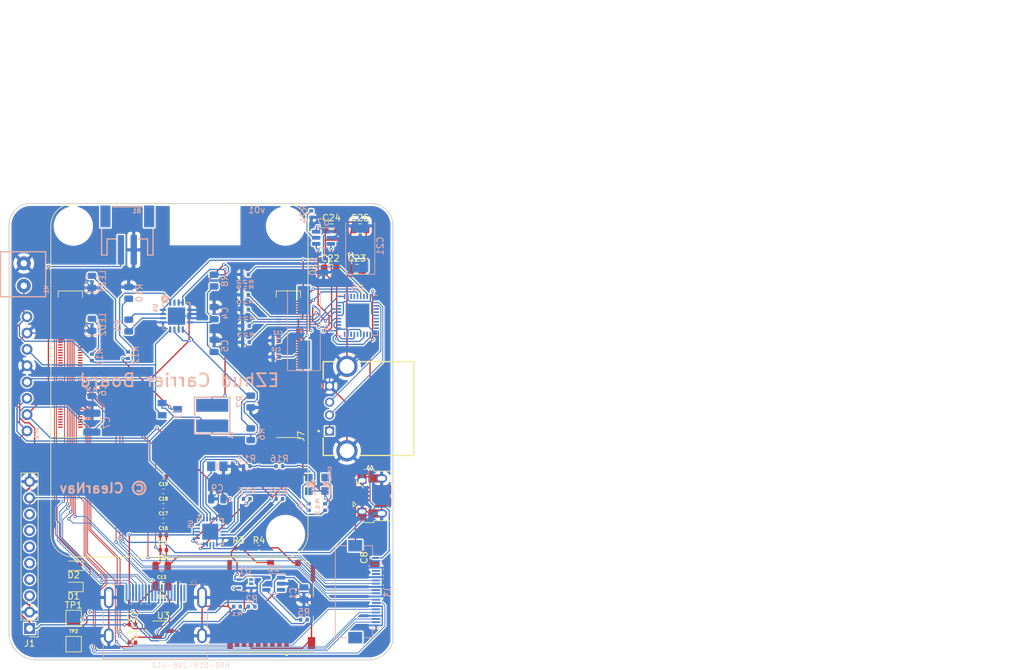
<source format=kicad_pcb>
(kicad_pcb (version 20211014) (generator pcbnew)
  (title_block (title "EZhud CM4 Carrier Board") (date "2022-07-24") (rev "v01") (company "ClearNav") (comment 4 "Author: Muhammad Ahmed Athar"))
  (layers (0 "F.Cu" signal) (31 "B.Cu" signal) (34 "B.Paste" user) (35 "F.Paste" user) (36 "B.SilkS" user "B.Silkscreen") (37 "F.SilkS" user "F.Silkscreen") (38 "B.Mask" user) (39 "F.Mask" user) (44 "Edge.Cuts" user))
  (net 0 "")
  (net 1 "GND")
  (net 2 "VLIPO")
  (net 3 "/CM4 GPIO/SD_PWR")
  (net 4 "+5V")
  (net 5 "/CM4 High Speed/HDMI_5v")
  (net 6 "VBAT")
  (net 7 "Net-(C10-Pad1)")
  (net 8 "+3.3V")
  (net 9 "Net-(C12-Pad1)")
  (net 10 "/CM4 USB/VBUS")
  (net 11 "Net-(CHRG/LBO1-PadC)")
  (net 12 "Net-(D1-Pad1)")
  (net 13 "Net-(D2-Pad1)")
  (net 14 "Net-(DONE1-PadC)")
  (net 15 "/CM4 GPIO/GPIO7")
  (net 16 "/CM4 GPIO/GPIO8")
  (net 17 "/CM4 GPIO/GPIO9")
  (net 18 "/CM4 GPIO/GPIO10")
  (net 19 "/CM4 GPIO/GPIO4")
  (net 20 "/CM4 GPIO/GPIO2")
  (net 21 "Net-(J2-Pad10)")
  (net 22 "Net-(J2-Pad9)")
  (net 23 "/CM4 GPIO/SD_DAT1")
  (net 24 "/CM4 GPIO/SD_DAT0")
  (net 25 "/CM4 GPIO/SD_CLK")
  (net 26 "/CM4 GPIO/SD_CMD")
  (net 27 "/CM4 GPIO/SD_DAT3")
  (net 28 "/CM4 GPIO/SD_DAT2")
  (net 29 "/CM4 High Speed/CAM1_D0_N")
  (net 30 "/CM4 High Speed/CAM1_D0_P")
  (net 31 "/CM4 High Speed/CAM1_D1_N")
  (net 32 "/CM4 High Speed/CAM1_D1_P")
  (net 33 "/CM4 High Speed/CAM1_C_N")
  (net 34 "/CM4 High Speed/CAM1_C_P")
  (net 35 "/CM4 High Speed/CAM1_D2_N")
  (net 36 "/CM4 High Speed/CAM1_D2_P")
  (net 37 "/CM4 High Speed/CAM1_D3_N")
  (net 38 "/CM4 High Speed/CAM1_D3_P")
  (net 39 "/CM4 High Speed/CAM_GPIO")
  (net 41 "/CM4 High Speed/SCL0")
  (net 42 "/CM4 High Speed/SDA0")
  (net 43 "/CM4 High Speed/HDMI0_D2_P")
  (net 44 "/CM4 High Speed/HDMI0_D2_N")
  (net 45 "/CM4 High Speed/HDMI0_D1_P")
  (net 46 "/CM4 High Speed/HDMI0_D1_N")
  (net 47 "/CM4 High Speed/HDMI0_D0_P")
  (net 48 "/CM4 High Speed/HDMI0_D0_N")
  (net 49 "/CM4 High Speed/HDMI0_CK_P")
  (net 50 "/CM4 High Speed/HDMI0_CK_N")
  (net 51 "/CM4 High Speed/HDMI0_CEC")
  (net 53 "/CM4 High Speed/HDMI0_SCL")
  (net 54 "/CM4 High Speed/HDMI0_SDA")
  (net 55 "/CM4 High Speed/HDMI0_HOTPLUG")
  (net 59 "/CM4 USB/HD1_N")
  (net 60 "/CM4 USB/HD1_P")
  (net 61 "/Power Boost/ENABLE")
  (net 62 "/Power Boost/LBO")
  (net 63 "Net-(L1-PadP$2)")
  (net 64 "Net-(LED1-Pad2)")
  (net 65 "Net-(LED2-Pad2)")
  (net 107 "/CM4 GPIO/SD_PWR_ON")
  (net 108 "/CM4 GPIO/Reserved")
  (net 110 "+1.8V")
  (net 116 "/CM4 GPIO/nPWR_LED")
  (net 118 "/CM4 GPIO/GLOBAL_EN")
  (net 119 "/CM4 GPIO/nEXTRST")
  (net 168 "Net-(R2-Pad2)")
  (net 169 "Net-(R6-Pad2)")
  (net 170 "Net-(R10-Pad1)")
  (net 171 "Net-(R12-Pad1)")
  (net 172 "Net-(R13-Pad2)")
  (net 173 "Net-(R14-Pad2)")
  (net 174 "Net-(R15-Pad1)")
  (net 175 "Net-(R16-Pad2)")
  (net 176 "Net-(R18-Pad1)")
  (net 177 "Net-(R19-Pad1)")
  (net 178 "Net-(Module1-Pad21)")
  (net 179 "Net-(R20-Pad1)")
  (net 180 "Net-(R21-Pad1)")
  (net 181 "Net-(R22-Pad2)")
  (net 182 "Net-(R23-Pad1)")
  (net 183 "Net-(R24-Pad1)")
  (net 184 "Net-(THERM1-Pad2)")
  (net 192 "/CM4 USB/PWR1")
  (net 193 "/CM4 USB/nOCS1")
  (net 198 "/CM4 USB/nEXTRST")
  (footprint "Capacitor_SMD:C_0805_2012Metric" (layer "F.Cu") (at 169.97 88.7)
    (fp_text reference "C22")
    (fp_text value "10u")
  )
  (footprint "Capacitor_SMD:C_0805_2012Metric" (layer "F.Cu") (at 143.812 138.018 180)
    (fp_text reference "C11")
    (fp_text value "10u" hide)
  )
  (footprint "Capacitor_SMD:C_0805_2012Metric" (layer "F.Cu") (at 170.155 82.4)
    (fp_text reference "C24")
    (fp_text value "10u")
  )
  (footprint "Capacitor_SMD:C_0402_1005Metric" (layer "F.Cu") (at 144 130.144 180)
    (fp_text reference "C15")
    (fp_text value "100n" hide)
  )
  (footprint "CM4IO:USB_Micro-B_EDAC_UCON00686" (layer "F.Cu") (at 177.95 124 90)
    (fp_text reference "J5")
    (fp_text value "USB_OTG")
  )
  (footprint "Capacitor_SMD:C_0402_1005Metric" (layer "F.Cu") (at 144 125.572 180)
    (fp_text reference "C17")
    (fp_text value "100n" hide)
  )
  (footprint "Capacitor_SMD:C_0402_1005Metric" (layer "F.Cu") (at 139.192 144.018)
    (fp_text reference "C2")
    (fp_text value "100n" hide)
  )
  (footprint "Capacitor_SMD:C_0805_2012Metric" (layer "F.Cu") (at 176.9 133.6 90)
    (fp_text reference "C8")
    (fp_text value "10u")
  )
  (footprint "Resistor_SMD:R_0402_1005Metric" (layer "F.Cu") (at 158.875 132.08)
    (fp_text reference "R4")
    (fp_text value "nf" hide)
  )
  (footprint "CM4IO:SDCARD_MOLEX_503398-1892" (layer "F.Cu") (at 160.782 141.2675 180)
    (fp_text reference "J2")
    (fp_text value "Micro_SD_Card_Det")
  )
  (footprint "TestPoint:TestPoint_Pad_2.0x2.0mm" (layer "F.Cu") (at 130.048 147.066)
    (fp_text reference "TP2")
    (fp_text value "TestPoint" hide)
  )
  (footprint "Capacitor_SMD:C_0402_1005Metric" (layer "F.Cu") (at 144 132.43 180)
    (fp_text reference "C14")
    (fp_text value "100n" hide)
  )
  (footprint "Capacitor_SMD:C_0402_1005Metric" (layer "F.Cu") (at 144 123.286 180)
    (fp_text reference "C18")
    (fp_text value "100n" hide)
  )
  (footprint "Capacitor_SMD:C_0402_1005Metric" (layer "F.Cu") (at 139.192 146.812)
    (fp_text reference "C3")
    (fp_text value "100n" hide)
  )
  (footprint "TestPoint:TestPoint_Pad_2.0x2.0mm" (layer "F.Cu") (at 130.048 143.002)
    (fp_text reference "TP1")
    (fp_text value "TestPoint" hide)
  )
  (footprint "LED_SMD:LED_0603_1608Metric" (layer "F.Cu") (at 130.048 138.176 180)
    (fp_text reference "D1")
    (fp_text value "LED Green" hide)
  )
  (footprint "Capacitor_SMD:C_0402_1005Metric" (layer "F.Cu") (at 144 121 180)
    (fp_text reference "C19")
    (fp_text value "100n" hide)
  )
  (footprint "Resistor_SMD:R_0402_1005Metric" (layer "F.Cu") (at 155.7 132.08)
    (fp_text reference "R3")
    (fp_text value "nf" hide)
  )
  (footprint "Connector_PinHeader_2.54mm:PinHeader_1x10_P2.54mm_Vertical" (layer "F.Cu") (at 123.2 144.625 180)
    (fp_text reference "J1")
    (fp_text value "DNP")
  )
  (footprint "Capacitor_SMD:C_0805_2012Metric" (layer "F.Cu") (at 143.746 134.97 180)
    (fp_text reference "C13")
    (fp_text value "10u" hide)
  )
  (footprint "Capacitor_SMD:C_0402_1005Metric" (layer "F.Cu") (at 144 127.858 180)
    (fp_text reference "C16")
    (fp_text value "100n" hide)
  )
  (footprint "USB-A-S-X-X-TH:SAMTEC_USB-A-S-X-X-TH" (layer "F.Cu") (at 172.5625 110.4 90)
    (fp_text reference "J7")
    (fp_text value "USB-A-S-X-X-TH")
  )
  (footprint "Package_TO_SOT_SMD:SOT-23" (layer "F.Cu") (at 144.018 145.034)
    (fp_text reference "U3")
    (fp_text value "RT9742SNGV" hide)
  )
  (footprint "Capacitor_SMD:C_0805_2012Metric" (layer "F.Cu") (at 174.6 82.4)
    (fp_text reference "C25")
    (fp_text value "10u")
  )
  (footprint "CM4IO:Raspberry-Pi-4-Compute-Module" (layer "F.Cu") (at 163 82 180)
    (fp_text reference "Module1" hide)
    (fp_text value "ComputeModule4-CM4")
  )
  (footprint "Capacitor_SMD:C_0805_2012Metric" (layer "F.Cu") (at 174.1 88.7)
    (fp_text reference "C23")
    (fp_text value "10u")
  )
  (footprint "LED_SMD:LED_0603_1608Metric" (layer "F.Cu") (at 130.048 134.874 180)
    (fp_text reference "D2")
    (fp_text value "LED Red" hide)
  )
  (footprint "Resistor_SMD:R_0402_1005Metric" (layer "B.Cu") (at 156.72 92.71 180)
    (fp_text reference "R19")
    (fp_text value "36K 1%" hide)
  )
  (footprint "Resistor_SMD:R_0402_1005Metric" (layer "B.Cu") (at 156.97 124.46 180)
    (fp_text reference "R15")
    (fp_text value "1k" hide)
  )
  (footprint "Capacitor_SMD:C_0402_1005Metric" (layer "B.Cu") (at 161.544 99.822 180)
    (fp_text reference "C12")
    (fp_text value "27pF" hide)
  )
  (footprint "Package_TO_SOT_SMD:SOT-23-6" (layer "B.Cu") (at 168.91 83.82 180)
    (fp_text reference "U7")
    (fp_text value "AP22653W6")
  )
  (footprint "Crystal:Crystal_SMD_HC49-SD" (layer "B.Cu") (at 165.862 97.79 90)
    (fp_text reference "Y1")
    (fp_text value "24MHz" hide)
  )
  (footprint "LED_SMD:LED_0805_2012Metric" (layer "B.Cu") (at 132.9 97.36 90)
    (fp_text reference "LED2")
    (fp_text value "BLUE")
  )
  (footprint "Resistor_SMD:R_0402_1005Metric" (layer "B.Cu") (at 165.862 143.256 180)
    (fp_text reference "R5")
    (fp_text value "12K 1%" hide)
  )
  (footprint "Resistor_SMD:R_0805_2012Metric" (layer "B.Cu") (at 138.6191 97.48 -90)
    (fp_text reference "R9")
    (fp_text value "1.87M" hide)
  )
  (footprint "Resistor_SMD:R_0402_1005Metric" (layer "B.Cu") (at 156.72 89.535)
    (fp_text reference "R22")
    (fp_text value "12K 1%" hide)
  )
  (footprint "Resistor_SMD:R_0402_1005Metric" (layer "B.Cu") (at 166.624 125.728 -90)
    (fp_text reference "R14")
    (fp_text value "1k" hide)
  )
  (footprint "Adafruit PowerBoost 1000C Rev B:SC59-BEC" (layer "B.Cu") (at 145 110.5 90)
    (fp_text reference "T1")
    (fp_text value "MMUN2133LT1G" hide)
  )
  (footprint "Resistor_SMD:R_0402_1005Metric" (layer "B.Cu") (at 167.005 80.135 -90)
    (fp_text reference "R24")
    (fp_text value "15K 1%")
  )
  (footprint "Capacitor_SMD:C_0805_2012Metric" (layer "B.Cu") (at 168.91 88.265 -90)
    (fp_text reference "C20")
    (fp_text value "10u")
  )
  (footprint "Adafruit PowerBoost 1000C Rev B:0805-NO" (layer "B.Cu") (at 152.4 119.38 180)
    (fp_text reference "THERM1" hide)
    (fp_text value "15K")
  )
  (footprint "Package_DFN_QFN:QFN-36-1EP_6x6mm_P0.5mm_EP3.7x3.7mm" (layer "B.Cu") (at 174.2 95.9 180)
    (fp_text reference "U6")
    (fp_text value "USB2514B-I/M2")
  )
  (footprint "Resistor_SMD:R_0805_2012Metric" (layer "B.Cu") (at 138.6191 92.4 90)
    (fp_text reference "R10")
    (fp_text value "200k")
  )
  (footprint "Adafruit PowerBoost 1000C Rev B:TERMBLOCK_1X2-3.5MM" (layer "B.Cu") (at 122.3 89.6 90)
    (fp_text reference "X1")
    (fp_text value "TERMBLOCK_1X2")
  )
  (footprint "Resistor_SMD:R_0402_1005Metric" (layer "B.Cu") (at 162.05 119.38 180)
    (fp_text reference "R16")
    (fp_text value "270k" hide)
  )
  (footprint "Package_TO_SOT_SMD:SOT-23-5" (layer "B.Cu") (at 161.1685 137.668 180)
    (fp_text reference "U2")
    (fp_text value "RT9742GGJ5" hide)
  )
  (footprint "Adafruit PowerBoost 1000C Rev B:QFN20_4MM" (layer "B.Cu") (at 151.3 129.5633 -90)
    (fp_text reference "U5")
    (fp_text value "MCP73871")
  )
  (footprint "Capacitor_SMD:C_0805_2012Metric" (layer "B.Cu") (at 151.9 95.56 90)
    (fp_text reference "C4")
    (fp_text value "10u" hide)
  )
  (footprint "Resistor_SMD:R_0402_1005Metric" (layer "B.Cu") (at 169.164 125.728 -90)
    (fp_text reference "R13")
    (fp_text value "1k" hide)
  )
  (footprint "Capacitor_SMD:C_1210_3225Metric" (layer "B.Cu") (at 132.9 112.6 90)
    (fp_text reference "C7")
    (fp_text value "100u" hide)
  )
  (footprint "Resistor_SMD:R_0402_1005Metric" (layer "B.Cu") (at 156.847 100.076 180)
    (fp_text reference "R23")
    (fp_text value "36K 1%" hide)
  )
  (footprint "Adafruit PowerBoost 1000C Rev B:1X08_ROUND" (layer "B.Cu") (at 122.8 105 90)
    (fp_text reference "JP1")
    (fp_text value "HEADER-1X8ROUND")
  )
  (footprint "Resistor_SMD:R_0402_1005Metric" (layer "B.Cu") (at 156.97 119.38 180)
    (fp_text reference "R17")
    (fp_text value "1k")
  )
  (footprint "Resistor_SMD:R_0402_1005Metric" (layer "B.Cu") (at 156.847 97.536 180)
    (fp_text reference "R21")
    (fp_text value "36K 1%" hide)
  )
  (footprint "CM4IO:EDAC 690-019-298-412" (layer "B.Cu") (at 142.773 139.8072 180)
    (fp_text reference "J4")
    (fp_text value "690-019-298-412")
  )
  (footprint "Resistor_SMD:R_0805_2012Metric" (layer "B.Cu") (at 157.6 114.4 90)
    (fp_text reference "R6")
    (fp_text value "1.87M" hide)
  )
  (footprint "Capacitor_SMD:C_0805_2012Metric" (layer "B.Cu") (at 151.9 100.64 90)
    (fp_text reference "C5")
    (fp_text value "0.1u" hide)
  )
  (footprint "Adafruit PowerBoost 1000C Rev B:PVQFN-16" (layer "B.Cu") (at 146.05 96.012 -90)
    (fp_text reference "U4")
    (fp_text value "TPS61090RSAR")
  )
  (footprint "Resistor_SMD:R_0402_1005Metric" (layer "B.Cu") (at 138.5 102.1 90)
    (fp_text reference "R12")
    (fp_text value "1k")
  )
  (footprint "Capacitor_SMD:C_0805_2012Metric" (layer "B.Cu") (at 132.9 107.52 90)
    (fp_text reference "C6")
    (fp_text value "2.2u" hide)
  )
  (footprint "Capacitor_SMD:C_0805_2012Metric" (layer "B.Cu") (at 152.4 124.46 180)
    (fp_text reference "C9")
    (fp_text value "10u" hide)
  )
  (footprint "Resistor_SMD:R_0402_1005Metric" (layer "B.Cu") (at 155.448 141.224)
    (fp_text reference "R1")
    (fp_text value "1k" hide)
  )
  (footprint "Adafruit PowerBoost 1000C Rev B:CHIPLED_0805_NOOUTLINE" (layer "B.Cu") (at 166.624 122.208 180)
    (fp_text reference "DONE1")
    (fp_text value "GREEN" hide)
  )
  (footprint "LED_SMD:LED_0805_2012Metric" (layer "B.Cu") (at 132.9 90.6775 90)
    (fp_text reference "LED1")
    (fp_text value "RED")
  )
  (footprint "Capacitor_SMD:C_0805_2012Metric" (layer "B.Cu") (at 165.862 139.192 -90)
    (fp_text reference "C1")
    (fp_text value "10u" hide)
  )
  (footprint "Connector_FFC-FPC:Hirose_FH12-22S-0.5SH_1x22-1MP_P0.50mm_Horizontal" (layer "B.Cu") (at 175.25 138.9 90)
    (fp_text reference "J3")
    (fp_text value "Conn_01x22_Female" hide)
  )
  (footprint "Resistor_SMD:R_0402_1005Metric" (layer "B.Cu") (at 156.72 94.996 180)
    (fp_text reference "R20")
    (fp_text value "36K 1%" hide)
  )
  (footprint "Package_TO_SOT_SMD:SOT-353_SC-70-5" (layer "B.Cu") (at 156.718 137.668 180)
    (fp_text reference "U1")
    (fp_text value "74LVC1G07SE-7" hide)
  )
  (footprint "Resistor_SMD:R_0805_2012Metric" (layer "B.Cu") (at 157.6 109.32 -90)
    (fp_text reference "R7")
    (fp_text value "340k" hide)
  )
  (footprint "Capacitor_SMD:C_0402_1005Metric" (layer "B.Cu") (at 161.544 102.362 180)
    (fp_text reference "C10")
    (fp_text value "27pF" hide)
  )
  (footprint "Resistor_SMD:R_0805_2012Metric" (layer "B.Cu") (at 151.9 90.48 90)
    (fp_text reference "R8")
    (fp_text value "200k" hide)
  )
  (footprint "Resistor_SMD:R_0402_1005Metric" (layer "B.Cu") (at 132.9 102.44 90)
    (fp_text reference "R11")
    (fp_text value "1k")
  )
  (footprint "Capacitor_Tantalum_SMD:CP_EIA-7343-31_Kemet-D" (layer "B.Cu") (at 174.625 85.09 90)
    (fp_text reference "C21")
    (fp_text value "100uF")
  )
  (footprint "Adafruit PowerBoost 1000C Rev B:CHIPLED_0805_NOOUTLINE" (layer "B.Cu") (at 169.164 122.174 180)
    (fp_text reference "CHRG/LBO1")
    (fp_text value "ORANGE" hide)
  )
  (footprint "Resistor_SMD:R_0402_1005Metric" (layer "B.Cu") (at 157.734 141.224 180)
    (fp_text reference "R2")
    (fp_text value "1k" hide)
  )
  (footprint "Adafruit PowerBoost 1000C Rev B:INDUCTOR_5X5MM_TDK_VLC5045" (layer "B.Cu") (at 151.6 111.5 90)
    (fp_text reference "L1")
    (fp_text value "6.8uH")
  )
  (footprint "Adafruit PowerBoost 1000C Rev B:JSTPH2" (layer "B.Cu") (at 138.4 82 180)
    (fp_text reference "B1")
    (fp_text value "JST 2-PH")
  )
  (footprint "Resistor_SMD:R_0402_1005Metric" (layer "B.Cu") (at 162.05 124.46 180)
    (fp_text reference "R18")
    (fp_text value "100k" hide)
  )
  (gr_line (start 179.705 146.685) (end 179.705 81.849874) (layer "Edge.Cuts") (width 0.15))
  (gr_line (start 120 81.798874) (end 120 145.480126) (layer "Edge.Cuts") (width 0.15))
  (gr_line (start 124.56 149.51) (end 176.205 149.51) (layer "Edge.Cuts") (width 0.15))
  (gr_arc (start 124.56 149.51) (mid 121.446896 148.437761) (end 120 145.480126) (layer "Edge.Cuts") (width 0.15))
  (gr_line (start 176.205 78.5) (end 123.157126 78.486) (layer "Edge.Cuts") (width 0.15))
  (gr_arc (start 179.705 146.685) (mid 178.388867 148.635034) (end 176.205 149.51) (layer "Edge.Cuts") (width 0.15))
  (gr_arc (start 120 81.798874) (mid 120.94305 79.536802) (end 123.157126 78.486) (layer "Edge.Cuts") (width 0.15))
  (gr_arc (start 176.205 78.5) (mid 178.67038 79.427496) (end 179.705 81.849874) (layer "Edge.Cuts") (width 0.15))
  (gr_text "EZhud Carrier Board" (at 146.5 106) (layer "B.SilkS") (effects (font (size 2 2) (thickness 0.3)) (justify mirror)))
  (gr_text "v01" (at 158.5 79.5) (layer "B.SilkS") (effects (font (size 1 1)) (justify mirror)))
  (gr_text "© ClearNav" (at 134.7 122.8) (layer "B.SilkS") (effects (font (size 1.5 1.5) (thickness 0.3)) (justify mirror)))
  (segment (start 123.2 142.085) (end 123.2 140.9347) (width 0.2) (layer "F.Cu") (net 1))
  (segment (start 176.6497 124.9625) (end 176.6497 123.0375) (width 0.2) (layer "F.Cu") (net 1))
  (segment (start 165.569 147.7428) (end 157.662 147.7428) (width 0.2) (layer "F.Cu") (net 1))
  (segment (start 122.4432 112.62) (end 123.1439 112.62) (width 0.2) (layer "F.Cu") (net 1))
  (segment (start 177.95 121.7501) (end 177.4951 121.7501) (width 0.2) (layer "F.Cu") (net 1))
  (segment (start 178.2 124.9625) (end 176.6497 124.9625) (width 0.2) (layer "F.Cu") (net 1))
  (segment (start 174.89 119.2975) (end 174.89 121.1) (width 0.2) (layer "F.Cu") (net 1))
  (segment (start 174.92 126.425) (end 174.92 126.44) (width 0.2) (layer "F.Cu") (net 1))
  (segment (start 172.5625 116.97) (end 174.89 119.2975) (width 0.2) (layer "F.Cu") (net 1))
  (segment (start 169.8525 106.9) (end 172.5625 109.61) (width 0.2) (layer "F.Cu") (net 1))
  (segment (start 135.7681 147.4626) (end 139.0214 147.4626) (width 0.2) (layer "F.Cu") (net 1))
  (segment (start 176.7575 121.0125) (end 176.25 121.0125) (width 0.2) (layer "F.Cu") (net 1))
  (segment (start 139.672 141.8893) (end 139.672 141.208) (width 0.2) (layer "F.Cu") (net 1))
  (segment (start 177.4951 121.7501) (end 177.02 121.275) (width 0.2) (layer "F.Cu") (net 1))
  (segment (start 167.262 138.3421) (end 167.042 138.5621) (width 0.2) (layer "F.Cu") (net 1))
  (segment (start 174.92 126.44) (end 175.7025 126.44) (width 0.2) (layer "F.Cu") (net 1))
  (segment (start 143.52 134.312) (end 142.862 134.97) (width 0.2) (layer "F.Cu") (net 1))
  (segment (start 139.9618 142.6385) (end 139.9618 142.1791) (width 0.2) (layer "F.Cu") (net 1))
  (segment (start 176.25 126.9875) (end 176.5125 126.725) (width 0.2) (layer "F.Cu") (net 1))
  (segment (start 135.523 147.2175) (end 135.7681 147.4626) (width 0.2) (layer "F.Cu") (net 1))
  (segment (start 173.9678 89.7822) (end 172.5625 89.7822) (width 0.2) (layer "F.Cu") (net 1))
  (segment (start 171.105 82.4) (end 172.1399 81.3651) (width 0.2) (layer "F.Cu") (net 1))
  (segment (start 154.382 141.4913) (end 154.0732 141.1825) (width 0.2) (layer "F.Cu") (net 1))
  (segment (start 154.382 146.3925) (end 154.382 144.6922) (width 0.2) (layer "F.Cu") (net 1))
  (segment (start 139.672 144.018) (end 139.672 142.9283) (width 0.2) (layer "F.Cu") (net 1))
  (segment (start 176.5125 126.725) (end 177.02 126.725) (width 0.2) (layer "F.Cu") (net 1))
  (segment (start 150.023 141.1825) (end 150.023 145.7672) (width 0.2) (layer "F.Cu") (net 1))
  (segment (start 175.7025 126.44) (end 176.25 126.9875) (width 0.2) (layer "F.Cu") (net 1))
  (segment (start 178.2 123.0375) (end 176.6497 123.0375) (width 0.2) (layer "F.Cu") (net 1))
  (segment (start 123.2 121.765) (end 123.2 122.9153) (width 0.2) (layer "F.Cu") (net 1))
  (segment (start 175.13 122.7) (end 173.9547 122.7) (width 0.2) (layer "F.Cu") (net 1))
  (segment (start 177.95 126.725) (end 177.95 125.7747) (width 0.2) (layer "F.Cu") (net 1))
  (segment (start 175.0375 121.0125) (end 174.92 121.13) (width 0.2) (layer "F.Cu") (net 1))
  (segment (start 146.466 145.034) (end 146.5 145) (width 0.2) (layer "F.Cu") (net 1))
  (segment (start 143.52 127.858) (end 143.52 130.144) (width 0.2) (layer "F.Cu") (net 1))
  (segment (start 167.042 138.5621) (end 164.6586 138.5621) (width 0.2) (layer "F.Cu") (net 1))
  (segment (start 150.023 139.8072) (end 150.023 141.1825) (width 0.2) (layer "F.Cu") (net 1))
  (segment (start 122.8 103.73) (end 121.6612 104.8688) (width 0.2) (layer "F.Cu") (net 1))
  (segment (start 177.02 121.275) (end 176.7575 121.0125) (width 0.2) (layer "F.Cu") (net 1))
  (segment (start 144.956 145.034) (end 146.466 145.034) (width 0.2) (layer "F.Cu") (net 1))
  (segment (start 144.956 145.034) (end 144.9555 145.034) (width 0.2) (layer "F.Cu") (net 1))
  (segment (start 177.95 122.2253) (end 178.2 122.4753) (width 0.2) (layer "F.Cu") (net 1))
  (segment (start 144.9555 140.1115) (end 144.9555 145.034) (width 0.2) (layer "F.Cu") (net 1))
  (segment (start 176.9 132.65) (end 176.25 132) (width 0.2) (layer "F.Cu") (net 1))
  (segment (start 154.0732 141.1825) (end 150.023 141.1825) (width 0.2) (layer "F.Cu") (net 1))
  (segment (start 177.95 125.7747) (end 178.2 125.5247) (width 0.2) (layer "F.Cu") (net 1))
  (segment (start 123.985 113.4611) (end 123.985 119.8297) (width 0.2) (layer "F.Cu") (net 1))
  (segment (start 174.89 121.1) (end 174.92 121.13) (width 0.2) (layer "F.Cu") (net 1))
  (segment (start 143.52 121) (end 143.52 123.286) (width 0.2) (layer "F.Cu") (net 1))
  (segment (start 172.5625 109.61) (end 172.5625 116.97) (width 0.2) (layer "F.Cu") (net 1))
  (segment (start 135.523 145.7672) (end 135.523 147.2175) (width 0.2) (layer "F.Cu") (net 1))
  (segment (start 157.662 146.8925) (end 157.662 146.0422) (width 0.2) (layer "F.Cu") (net 1))
  (segment (start 122.045 140.0181) (end 122.9616 140.9347) (width 0.2) (layer "F.Cu") (net 1))
  (segment (start 172.5625 103.83) (end 172.5625 89.7822) (width 0.2) (layer "F.Cu") (net 1))
  (segment (start 123.2 121.765) (end 123.2 120.6147) (width 0.2) (layer "F.Cu") (net 1))
  (segment (start 154.302 135.6275) (end 154.302 137.5928) (width 0.2) (layer "F.Cu") (net 1))
  (segment (start 177.95 121.275) (end 177.95 121.7501) (width 0.2) (layer "F.Cu") (net 1))
  (segment (start 178.2 125.5247) (end 178.2 124.9625) (width 0.2) (layer "F.Cu") (net 1))
  (segment (start 174.92 121.575) (end 173.9197 121.575) (width 0.2) (layer "F.Cu") (net 1))
  (segment (start 157.662 146.8925) (end 157.662 147.7428) (width 0.2) (layer "F.Cu") (net 1))
  (segment (start 172.5625 89.7822) (end 172.0022 89.7822) (width 0.2) (layer "F.Cu") (net 1))
  (segment (start 175.05 88.7) (end 173.9678 89.7822) (width 0.2) (layer "F.Cu") (net 1))
  (segment (start 122.8 103.73) (end 121.6614 102.5914) (width 0.2) (layer "F.Cu") (net 1))
  (segment (start 142.862 134.97) (end 142.796 134.97) (width 0.2) (layer "F.Cu") (net 1))
  (segment (start 123.2 122.9153) (end 122.9405 122.9153) (width 0.2) (layer "F.Cu") (net 1))
  (segment (start 177.02 126.725) (end 177.95 126.725) (width 0.2) (layer "F.Cu") (net 1))
  (segment (start 171.105 83.5264) (end 171.1818 83.6032) (width 0.2) (layer "F.Cu") (net 1))
  (segment (start 121.6612 111.838) (end 122.4432 112.62) (width 0.2) (layer "F.Cu") (net 1))
  (segment (start 142.862 138.018) (end 142.862 134.97) (width 0.2) (layer "F.Cu") (net 1))
  (segment (start 139.672 142.9283) (end 139.9618 142.6385) (width 0.2) (layer "F.Cu") (net 1))
  (segment (start 171.105 82.4) (end 171.105 83.5264) (width 0.2) (layer "F.Cu") (net 1))
  (segment (start 123.1439 112.62) (end 123.985 113.4611) (width 0.2) (layer "F.Cu") (net 1))
  (segment (start 175.55 82.4) (end 175.55 88.2) (width 0.2) (layer "F.Cu") (net 1))
  (segment (start 167.262 135.6275) (end 167.262 138.3421) (width 0.2) (layer "F.Cu") (net 1))
  (segment (start 122.045 123.8108) (end 122.045 140.0181) (width 0.2) (layer "F.Cu") (net 1))
  (segment (start 167.042 146.2698) (end 165.569 147.7428) (width 0.2) (layer "F.Cu") (net 1))
  (segment (start 176.25 121.0125) (end 175.0375 121.0125) (width 0.2) (layer "F.Cu") (net 1))
  (segment (start 143.52 125.572) (end 143.52 127.858) (width 0.2) (layer "F.Cu") (net 1))
  (segment (start 121.6614 102.5914) (end 121.6614 99.7886) (width 0.2) (layer "F.Cu") (net 1))
  (segment (start 154.302 137.5928) (end 154.0732 137.8216) (width 0.2) (layer "F.Cu") (net 1))
  (segment (start 123.985 119.8297) (end 123.2 120.6147) (width 0.2) (layer "F.Cu") (net 1))
  (segment (start 167.042 146.8775) (end 167.042 146.2698) (width 0.2) (layer "F.Cu") (net 1))
  (segment (start 142.862 138.018) (end 144.9555 140.1115) (width 0.2) (layer "F.Cu") (net 1))
  (segment (start 174.92 121.13) (end 174.92 121.575) (width 0.2) (layer "F.Cu") (net 1))
  (segment (start 143.52 123.286) (end 143.52 125.572) (width 0.2) (layer "F.Cu") (net 1))
  (segment (start 143.52 132.43) (end 143.52 130.144) (width 0.2) (layer "F.Cu") (net 1))
  (segment (start 122.9405 122.9153) (end 122.045 123.8108) (width 0.2) (layer "F.Cu") (net 1))
  (segment (start 154.382 144.6922) (end 156.312 144.6922) (width 0.2) (layer "F.Cu") (net 1))
  (segment (start 174.5151 81.3651) (end 175.55 82.4) (width 0.2) (layer "F.Cu") (net 1))
  (segment (start 143.52 132.43) (end 143.52 134.312) (width 0.2) (layer "F.Cu") (net 1))
  (segment (start 154.382 144.6922) (end 154.382 141.4913) (width 0.2) (layer "F.Cu") (net 1))
  (segment (start 174.89 126.85) (end 174.89 126.47) (width 0.2) (layer "F.Cu") (net 1))
  (segment (start 156.312 144.6922) (end 157.662 146.0422) (width 0.2) (layer "F.Cu") (net 1))
  (segment (start 154.0732 137.8216) (end 154.0732 141.1825) (width 0.2) (layer "F.Cu") (net 1))
  (segment (start 176.25 132) (end 176.25 126.9875) (width 0.2) (layer "F.Cu") (net 1))
  (segment (start 121.6614 99.7886) (end 122.8 98.65) (width 0.2) (layer "F.Cu") (net 1))
  (segment (start 173.9197 122.665) (end 173.9547 122.7) (width 0.2) (layer "F.Cu") (net 1))
  (segment (start 178.2 122.4753) (end 178.2 123.0375) (width 0.2) (layer "F.Cu") (net 1))
  (segment (start 139.0214 147.4626) (end 139.672 146.812) (width 0.2) (layer "F.Cu") (net 1))
  (segment (start 139.9618 142.1791) (end 139.672 141.8893) (width 0.2) (layer "F.Cu") (net 1))
  (segment (start 135.523 145.7672) (end 135.523 139.8072) (width 0.2) (layer "F.Cu") (net 1))
  (segment (start 177.95 121.7501) (end 177.95 122.2253) (width 0.2) (layer "F.Cu") (net 1))
  (segment (start 167.042 145.6622) (end 167.042 138.5621) (width 0.2) (layer "F.Cu") (net 1))
  (segment (start 167.042 146.2698) (end 167.042 145.6622) (width 0.2) (layer "F.Cu") (net 1))
  (segment (start 172.1399 81.3651) (end 174.5151 81.3651) (width 0.2) (layer "F.Cu") (net 1))
  (segment (start 122.9616 140.9347) (end 123.2 140.9347) (width 0.2) (layer "F.Cu") (net 1))
  (segment (start 173.9197 121.575) (end 173.9197 122.665) (width 0.2) (layer "F.Cu") (net 1))
  (segment (start 175.55 88.2) (end 175.05 88.7) (width 0.2) (layer "F.Cu") (net 1))
  (segment (start 139.672 141.208) (end 142.862 138.018) (width 0.2) (layer "F.Cu") (net 1))
  (segment (start 121.6612 104.8688) (end 121.6612 111.838) (width 0.2) (layer "F.Cu") (net 1))
  (segment (start 174.89 126.47) (end 174.92 126.44) (width 0.2) (layer "F.Cu") (net 1))
  (segment (start 172.0022 89.7822) (end 170.92 88.7) (width 0.2) (layer "F.Cu") (net 1))
  (via (at 146.5 145) (size 0.508) (drill 0.254) (layers "F.Cu" "B.Cu") (net 1))
  (via (at 171.1818 83.6032) (size 0.508) (drill 0.254) (layers "F.Cu" "B.Cu") (net 1))
  (via (at 164.6586 138.5621) (size 0.508) (drill 0.254) (layers "F.Cu" "B.Cu") (net 1))
  (segment (start 177.95 126.725) (end 177.95 127.6753) (width 0.2) (layer "B.Cu") (net 1))
  (segment (start 157.668 138.318) (end 157.0427 138.318) (width 0.2) (layer "B.Cu") (net 1))
  (segment (start 135.523 139.8072) (end 135.523 141.7575) (width 0.2) (layer "B.Cu") (net 1))
  (segment (start 178.0503 136.65) (end 178.0503 138.15) (width 0.2) (layer "B.Cu") (net 1))
  (segment (start 131.8511 92.6639) (end 132.9 91.615) (width 0.2) (layer "B.Cu") (net 1))
  (segment (start 146.5 145) (end 147.1831 144.3169) (width 0.2) (layer "B.Cu") (net 1))
  (segment (start 124.9377 141.4976) (end 124.3503 142.085) (width 0.2) (layer "B.Cu") (net 1))
  (segment (start 132.8245 141.4976) (end 124.9377 141.4976) (width 0.2) (layer "B.Cu") (net 1))
  (segment (start 138.773 140.6775) (end 137.693 141.7575) (width 0.2) (layer "B.Cu") (net 1))
  (segment (start 166.5201 110.2324) (end 169.8525 106.9) (width 0.2) (layer "B.Cu") (net 1))
  (segment (start 178.0503 142.65) (end 178.0503 144.15) (width 0.2) (layer "B.Cu") (net 1))
  (segment (start 177.9502 139.65) (end 178.0503 139.5499) (width 0.2) (layer "B.Cu") (net 1))
  (segment (start 177.1 135.15) (end 176.1497 135.15) (width 0.2) (layer "B.Cu") (net 1))
  (segment (start 177.1152 99.9567) (end 173.2419 103.83) (width 0.2) (layer "B.Cu") (net 1))
  (segment (start 138.6191 88.9056) (end 132.2402 88.9056) (width 0.2) (layer "B.Cu") (net 1))
  (segment (start 167.005 80.645) (end 169.1469 80.645) (width 0.2) (layer "B.Cu") (net 1))
  (segment (start 150.023 139.8072) (end 150.023 137.8569) (width 0.2) (layer "B.Cu") (net 1))
  (segment (start 141.773 140.6775) (end 140.273 140.6775) (width 0.2) (layer "B.Cu") (net 1))
  (segment (start 161.54 123.8073) (end 162.873 123.8073) (width 0.2) (layer "B.Cu") (net 1))
  (segment (start 155.4367 130.5633) (end 153.265 130.5633) (width 0.2) (layer "B.Cu") (net 1))
  (segment (start 137.693 141.7575) (end 135.523 141.7575) (width 0.2) (layer "B.Cu") (net 1))
  (segment (start 131.8987 90.6137) (end 132.9 91.615) (width 0.2) (layer "B.Cu") (net 1))
  (segment (start 164.351 125.2853) (end 164.351 125.5201) (width 0.2) (layer "B.Cu") (net 1))
  (segment (start 131.8987 89.2471) (end 131.8987 90.6137) (width 0.2) (layer "B.Cu") (net 1))
  (segment (start 156.21 94.61) (end 151.9 94.61) (width 0.2) (layer "B.Cu") (net 1))
  (segment (start 161.54 123.8073) (end 161.54 124.46) (width 0.2) (layer "B.Cu") (net 1))
  (segment (start 166.1239 127.293) (end 174.8523 127.293) (width 0.2) (layer "B.Cu") (net 1))
  (segment (start 170.9367 83.3581) (end 170.4748 83.82) (width 0.2) (layer "B.Cu") (net 1))
  (segment (start 132.9 106.57) (end 131.8121 107.6579) (width 0.2) (layer "B.Cu") (net 1))
  (segment (start 177.1 144.15) (end 178.0503 144.15) (width 0.2) (layer "B.Cu") (net 1))
  (segment (start 161.064 100.742) (end 157.003 100.742) (width 0.2) (layer "B.Cu") (net 1))
  (segment (start 146.05 96.012) (end 147.825 96.012) (width 0.2) (layer "B.Cu") (net 1))
  (segment (start 177.1152 98.8152) (end 177.1152 99.9567) (width 0.2) (layer "B.Cu") (net 1))
  (segment (start 156.21 90.5497) (end 156.21 92.71) (width 0.2) (layer "B.Cu") (net 1))
  (segment (start 177.1 138.15) (end 177.9502 138.15) (width 0.2) (layer "B.Cu") (net 1))
  (segment (start 178.0503 142.65) (end 178.0503 141.15) (width 0.2) (layer "B.Cu") (net 1))
  (segment (start 141.773 139.0772) (end 141.773 140.6775) (width 0.2) (layer "B.Cu") (net 1))
  (segment (start 157.1127 123.8073) (end 161.54 123.8073) (width 0.2) (layer "B.Cu") (net 1))
  (segment (start 161.064 100.742) (end 161.064 99.822) (width 0.2) (layer "B.Cu") (net 1))
  (segment (start 174.8523 127.293) (end 174.92 127.2253) (width 0.2) (layer "B.Cu") (net 1))
  (segment (start 178.0503 135.15) (end 178.0503 136.65) (width 0.2) (layer "B.Cu") (net 1))
  (segment (start 177.1 141.15) (end 176.1497 141.15) (width 0.2) (layer "B.Cu") (net 1))
  (segment (start 161.54 124.46) (end 155.4367 130.5633) (width 0.2) (layer "B.Cu") (net 1))
  (segment (start 166.5201 110.2325) (end 166.5201 110.2324) (width 0.2) (layer "B.Cu") (net 1))
  (segment (start 153.3569 137.8569) (end 154.3979 138.8979) (width 0.2) (layer "B.Cu") (net 1))
  (segment (start 177.9502 138.15) (end 178.0503 138.15) (width 0.2) (layer "B.Cu") (net 1))
  (segment (start 174.2 95.9) (end 177.1152 98.8152) (width 0.2) (layer "B.Cu") (net 1))
  (segment (start 162.306 137.668) (end 163.7645 137.668) (width 0.2) (layer "B.Cu") (net 1))
  (segment (start 131.8121 107.6579) (end 122.5113 107.6579) (width 0.2) (layer "B.Cu") (net 1))
  (segment (start 153.35 122.56) (end 151.45 124.46) (width 0.2) (layer "B.Cu") (net 1))
  (segment (start 156.21 94.61) (end 156.21 92.71) (width 0.2) (layer "B.Cu") (net 1))
  (segment (start 177.9502 136.65) (end 178.0503 136.65) (width 0.2) (layer "B.Cu") (net 1))
  (segment (start 141.773 140.6775) (end 143.273 140.6775) (width 0.2) (layer "B.Cu") (net 1))
  (segment (start 164.167 105.465) (end 161.064 102.362) (width 0.2) (layer "B.Cu") (net 1))
  (segment (start 161.064 102.362) (end 161.064 100.742) (width 0.2) (layer "B.Cu") (net 1))
  (segment (start 138.773 139.0772) (end 138.773 140.5774) (width 0.2) (layer "B.Cu") (net 1))
  (segment (start 151.1733 90.5497) (end 148.15 93.573) (width 0.2) (layer "B.Cu") (net 1))
  (segment (start 170.4748 83.82) (end 170.0475 83.82) (width 0.2) (layer "B.Cu") (net 1))
  (segment (start 162.873 123.8073) (end 164.351 125.2853) (width 0.2) (layer "B.Cu") (net 1))
  (segment (start 147.825 96.012) (end 148.15 96.337) (width 0.2) (layer "B.Cu") (net 1))
  (segment (start 121.6205 106.7671) (end 121.6205 104.9095) (width 0.2) (layer "B.Cu") (net 1))
  (segment (start 122.3 87.8) (end 123.7471 89.2471) (width 0.2) (layer "B.Cu") (net 1))
  (segment (start 152.3 131.5283) (end 152.3 130.863) (width 0.2) (layer "B.Cu") (net 1))
  (segment (start 123.7471 89.2471) (end 131.8987 89.2471) (width 0.2) (layer "B.Cu") (net 1))
  (segment (start 164.351 125.5201) (end 166.1239 127.293) (width 0.2) (layer "B.Cu") (net 1))
  (segment (start 177.9502 142.65) (end 178.0503 142.65) (width 0.2) (layer "B.Cu") (net 1))
  (segment (start 150.023 137.8569) (end 149.643 137.4769) (width 0.2) (layer "B.Cu") (net 1))
  (segment (start 146.05 96.987) (end 146.375 97.312) (width 0.2) (layer "B.Cu") (net 1))
  (segment (start 140.273 140.5774) (end 140.273 140.6775) (width 0.2) (layer "B.Cu") (net 1))
  (segment (start 164.6586 138.9386) (end 164.6586 138.5621) (width 0.2) (layer "B.Cu") (net 1))
  (segment (start 148.15 93.573) (end 148.15 95.037) (width 0.2) (layer "B.Cu") (net 1))
  (segment (start 156.21 90.5497) (end 151.1733 90.5497) (width 0.2) (layer "B.Cu") (net 1))
  (segment (start 131.8121 107.6579) (end 131.8121 110.0371) (width 0.2) (layer "B.Cu") (net 1))
  (segment (start 172.5625 103.83) (end 170.9275 105.465) (width 0.2) (layer "B.Cu") (net 1))
  (segment (start 151.3 129.5633) (end 152.3 130.5633) (width 0.2) (layer "B.Cu") (net 1))
  (segment (start 139.4 88.3003) (end 139.2244 88.3003) (width 0.2) (layer "B.Cu") (net 1))
  (segment (start 177.1 136.65) (end 177.9502 136.65) (width 0.2) (layer "B.Cu") (net 1))
  (segment (start 139.2244 88.3003) (end 138.6191 88.9056) (width 0.2) (layer "B.Cu") (net 1))
  (segment (start 176.1497 129.4756) (end 177.95 127.6753) (width 0.2) (layer "B.Cu") (net 1))
  (segment (start 177.1 139.65) (end 177.9502 139.65) (width 0.2) (layer "B.Cu") (net 1))
  (segment (start 151.9 99.69) (end 152.286 100.076) (width 0.2) (layer "B.Cu") (net 1))
  (segment (start 177.1 142.65) (end 177.9502 142.65) (width 0.2) (layer "B.Cu") (net 1))
  (segment (start 170.9275 105.465) (end 169.8525 105.465) (width 0.2) (layer "B.Cu") (net 1))
  (segment (start 133.0844 141.7575) (end 132.8245 141.4976) (width 0.2) (layer "B.Cu") (net 1))
  (segment (start 168.91 89.215) (end 167.9496 90.1754) (width 0.2) (layer "B.Cu") (net 1))
  (segment (start 177.4751 135.15) (end 177.1 135.15) (width 0.2) (layer "B.Cu") (net 1))
  (segment (start 174.625 81.9775) (end 172.3173 81.9775) (width 0.2) (layer "B.Cu") (net 1))
  (segment (start 156.8504 90.1754) (end 156.7174 90.0423) (width 0.2) (layer "B.Cu") (net 1))
  (segment (start 153.35 119.38) (end 154.3003 119.38) (width 0.2) (layer "B.Cu") (net 1))
  (segment (start 177.5251 141.15) (end 177.1 141.15) (width 0.2) (layer "B.Cu") (net 1))
  (segment (start 132.2402 88.9056) (end 131.8987 89.2471) (width 0.2) (layer "B.Cu") (net 1))
  (segment (start 176.1497 141.15) (end 166.87 141.15) (width 0.2) (layer "B.Cu") (net 1))
  (segment (start 166.87 141.15) (end 165.862 140.142) (width 0.2) (layer "B.Cu") (net 1))
  (segment (start 157.003 100.742) (end 156.337 100.076) (width 0.2) (layer "B.Cu") (net 1))
  (segment (start 146.05 96.987) (end 146.05 96.012) (width 0.2) (layer "B.Cu") (net 1))
  (segment (start 169.8525 105.465) (end 164.167 105.465) (width 0.2) (layer "B.Cu") (net 1))
  (segment (start 148.15 95.687) (end 148.15 95.037) (width 0.2) (layer "B.Cu") (net 1))
  (segment (start 130.4497 98.65) (end 131.8511 97.2486) (width 0.2) (layer "B.Cu") (net 1))
  (segment (start 152.3 130.5633) (end 153.265 130.5633) (width 0.2) (layer "B.Cu") (net 1))
  (segment (start 138.6191 88.9056) (end 138.6191 91.4875) (width 0.2) (layer "B.Cu") (net 1))
  (segment (start 146.273 138.277) (end 146.273 139.0772) (width 0.2) (layer "B.Cu") (net 1))
  (segment (start 173.2419 103.83) (end 172.5625 103.83) (width 0.2) (layer "B.Cu") (net 1))
  (segment (start 146.273 138.277) (end 146.273 137.577) (width 0.2) (layer "B.Cu") (net 1))
  (segment (start 156.21 97.409) (end 156.21 94.996) (width 0.2) (layer "B.Cu") (net 1))
  (segment (start 150.023 145.7672) (end 150.023 144.3169) (width 0.2) (layer "B.Cu") (net 1))
  (segment (start 122.5113 107.6579) (end 121.6205 106.7671) (width 0.2) (layer "B.Cu") (net 1))
  (segment (start 176.1497 135.15) (end 176.1497 129.4756) (width 0.2) (layer "B.Cu") (net 1))
  (segment (start 139.4 85.7) (end 139.4 88.3003) (width 0.2) (layer "B.Cu") (net 1))
  (segment (start 156.21 94.996) (end 156.21 94.61) (width 0.2) (layer "B.Cu") (net 1))
  (segment (start 178.0503 141.15) (end 177.9502 141.15) (width 0.2) (layer "B.Cu") (net 1))
  (segment (start 169.1469 80.645) (end 171.3984 82.8964) (width 0.2) (layer "B.Cu") (net 1))
  (segment (start 131.8121 110.0371) (end 132.9 111.125) (width 0.2) (layer "B.Cu") (net 1))
  (segment (start 156.337 97.536) (end 156.337 100.076) (width 0.2) (layer "B.Cu") (net 1))
  (segment (start 122.8 98.65) (end 130.4497 98.65) (width 0.2) (layer "B.Cu") (net 1))
  (segment (start 178.0503 139.5499) (end 178.0503 138.15) (width 0.2) (layer "B.Cu") (net 1))
  (segment (start 138.773 140.5774) (end 138.773 140.6775) (width 0.2) (layer "B.Cu") (net 1))
  (segment (start 174.92 126.425) (end 174.92 127.2253) (width 0.2) (layer "B.Cu") (net 1))
  (segment (start 135.523 141.7575) (end 133.0844 141.7575) (width 0.2) (layer "B.Cu") (net 1))
  (segment (start 146.3731 137.4769) (end 146.273 137.577) (width 0.2) (layer "B.Cu") (net 1))
  (segment (start 154.3979 138.8979) (end 156.4628 138.8979) (width 0.2) (layer "B.Cu") (net 1))
  (segment (start 169.8525 105.465) (end 169.8525 106.9) (width 0.2) (layer "B.Cu") (net 1))
  (segment (start 131.8511 97.2486) (end 132.9 98.2975) (width 0.2) (layer "B.Cu") (net 1))
  (segment (start 177.5251 141.15) (end 177.9502 141.15) (width 0.2) (layer "B.Cu") (net 1))
  (segment (start 165.862 140.142) (end 164.6586 138.9386) (width 0.2) (layer "B.Cu") (net 1))
  (segment (start 140.273 139.0772) (end 140.273 140.5774) (width 0.2) (layer "B.Cu") (net 1))
  (segment (start 121.6205 104.9095) (end 122.8 103.73) (width 0.2) (layer "B.Cu") (net 1))
  (segment (start 153.35 119.38) (end 153.35 122.56) (width 0.2) (layer "B.Cu") (net 1))
  (segment (start 143.273 139.0772) (end 143.273 140.6775) (width 0.2) (layer "B.Cu") (net 1))
  (segment (start 163.7645 137.668) (end 164.6586 138.5621) (width 0.2) (layer "B.Cu") (net 1))
  (segment (start 171.3984 82.8964) (end 170.9367 83.3581) (width 0.2) (layer "B.Cu") (net 1))
  (segment (start 156.337 97.536) (end 156.21 97.409) (width 0.2) (layer "B.Cu") (net 1))
  (segment (start 150.023 137.8569) (end 153.3569 137.8569) (width 0.2) (layer "B.Cu") (net 1))
  (segment (start 172.3173 81.9775) (end 171.3984 82.8964) (width 0.2) (layer "B.Cu") (net 1))
  (segment (start 167.9496 90.1754) (end 156.8504 90.1754) (width 0.2) (layer "B.Cu") (net 1))
  (segment (start 147.1831 144.3169) (end 150.023 144.3169) (width 0.2) (layer "B.Cu") (net 1))
  (segment (start 123.2 142.085) (end 124.3503 142.085) (width 0.2) (layer "B.Cu") (net 1))
  (segment (start 140.273 140.6775) (end 138.773 140.6775) (width 0.2) (layer "B.Cu") (net 1))
  (segment (start 156.7174 90.0423) (end 156.21 90.5497) (width 0.2) (layer "B.Cu") (net 1))
  (segment (start 152.286 100.076) (end 156.337 100.076) (width 0.2) (layer "B.Cu") (net 1))
  (segment (start 156.7174 90.0423) (end 156.21 89.535) (width 0.2) (layer "B.Cu") (net 1))
  (segment (start 156.46 124.46) (end 157.1127 123.8073) (width 0.2) (layer "B.Cu") (net 1))
  (segment (start 154.3003 119.38) (end 156.46 119.38) (width 0.2) (layer "B.Cu") (net 1))
  (segment (start 152.3 130.863) (end 152.3 130.5633) (width 0.2) (layer "B.Cu") (net 1))
  (segment (start 146.375 97.312) (end 146.375 98.112) (width 0.2) (layer "B.Cu") (net 1))
  (segment (start 149.643 137.4769) (end 146.3731 137.4769) (width 0.2) (layer "B.Cu") (net 1))
  (segment (start 143.95 96.987) (end 146.05 96.987) (width 0.2) (layer "B.Cu") (net 1))
  (segment (start 177.4751 135.15) (end 178.0503 135.15) (width 0.2) (layer "B.Cu") (net 1))
  (segment (start 157.6 110.2325) (end 166.5201 110.2325) (width 0.2) (layer "B.Cu") (net 1))
  (segment (start 156.4628 138.8979) (end 157.0427 138.318) (width 0.2) (layer "B.Cu") (net 1))
  (segment (start 147.825 96.012) (end 148.15 95.687) (width 0.2) (layer "B.Cu") (net 1))
  (segment (start 131.8511 97.2486) (end 131.8511 92.6639) (width 0.2) (layer "B.Cu") (net 1))
  (segment (start 170.9367 83.3581) (end 171.1818 83.6032) (width 0.2) (layer "B.Cu") (net 1))
  (segment (start 154.3247 124.46) (end 154.0529 124.46) (width 0.2) (layer "F.Cu") (net 2))
  (segment (start 154.0529 125.5562) (end 148.6052 131.0039) (width 0.2) (layer "F.Cu") (net 2))
  (segment (start 126.133 88.3003) (end 126.133 108.017) (width 0.2) (layer "F.Cu") (net 2))
  (segment (start 126.133 108.017) (end 122.8 111.35) (width 0.2) (layer "F.Cu") (net 2))
  (segment (start 154.0529 124.46) (end 154.0529 125.5562) (width 0.2) (layer "F.Cu") (net 2))
  (segment (start 154.0529 124.46) (end 143.0284 113.4355) (width 0.2) (layer "F.Cu") (net 2))
  (via (at 154.3247 124.46) (size 0.508) (drill 0.254) (layers "F.Cu" "B.Cu") (net 2))
  (via (at 143.0284 113.4355) (size 0.508) (drill 0.254) (layers "F.Cu" "B.Cu") (net 2))
  (via (at 126.133 88.3003) (size 0.508) (drill 0.254) (layers "F.Cu" "B.Cu") (net 2))
  (via (at 148.6052 131.0039) (size 0.508) (drill 0.254) (layers "F.Cu" "B.Cu") (net 2))
  (segment (start 148.6052 131.0039) (end 148.7096 130.8995) (width 0.2) (layer "B.Cu") (net 2))
  (segment (start 150.3 131.5283) (end 149.3384 131.5283) (width 0.2) (layer "B.Cu") (net 2))
  (segment (start 122.8 111.35) (end 126.4596 115.0096) (width 0.2) (layer "B.Cu") (net 2))
  (segment (start 137.4 85.7) (end 137.4 88.3003) (width 0.2) (layer "B.Cu") (net 2))
  (segment (start 137.4 88.3003) (end 126.133 88.3003) (width 0.2) (layer "B.Cu") (net 2))
  (segment (start 149.3384 131.5283) (end 148.7096 130.8995) (width 0.2) (layer "B.Cu") (net 2))
  (segment (start 141.4543 115.0096) (end 143.0284 113.4355) (width 0.2) (layer "B.Cu") (net 2))
  (segment (start 148.6697 130.5633) (end 148.6697 130.8596) (width 0.2) (layer "B.Cu") (net 2))
  (segment (start 149.335 130.5633) (end 148.6697 130.5633) (width 0.2) (layer "B.Cu") (net 2))
  (segment (start 150.3 131.5283) (end 150.8 131.5283) (width 0.2) (layer "B.Cu") (net 2))
  (segment (start 126.4596 115.0096) (end 141.4543 115.0096) (width 0.2) (layer "B.Cu") (net 2))
  (segment (start 153.35 124.46) (end 154.3247 124.46) (width 0.2) (layer "B.Cu") (net 2))
  (segment (start 148.6697 130.8596) (end 148.7096 130.8995) (width 0.2) (layer "B.Cu") (net 2))
  (segment (start 159.862 140.5407) (end 161.2829 139.1198) (width 0.2) (layer "F.Cu") (net 3))
  (segment (start 159.862 146.8925) (end 159.862 140.5407) (width 0.2) (layer "F.Cu") (net 3))
  (via (at 161.2829 139.1198) (size 0.508) (drill 0.254) (layers "F.Cu" "B.Cu") (net 3))
  (segment (start 161.882 136.718) (end 161.2829 137.3171) (width 0.2) (layer "B.Cu") (net 3))
  (segment (start 162.306 136.718) (end 161.882 136.718) (width 0.2) (layer "B.Cu") (net 3))
  (segment (start 161.2829 137.3171) (end 161.2829 139.1198) (width 0.2) (layer "B.Cu") (net 3))
  (segment (start 165.862 138.242) (end 164.338 136.718) (width 0.2) (layer "B.Cu") (net 3))
  (segment (start 164.338 136.718) (end 162.306 136.718) (width 0.2) (layer "B.Cu") (net 3))
  (segment (start 138.712 130.0633) (end 138.712 140.1397) (width 0.2) (layer "F.Cu") (net 4))
  (segment (start 165 97.3) (end 165 96.9) (width 0.2) (layer "F.Cu") (net 4))
  (segment (start 139.3516 144.6576) (end 138.712 144.018) (width 0.2) (layer "F.Cu") (net 4))
  (segment (start 121.2608 97.6492) (end 121.2608 112.3508) (width 0.2) (layer "F.Cu") (net 4))
  (segment (start 121.2608 112.3508) (end 122.8 113.89) (width 0.2) (layer "F.Cu") (net 4))
  (segment (start 165.6907 118.7858) (end 165.7646 118.7119) (width 0.2) (layer "F.Cu") (net 4))
  (segment (start 165.6907 118.1786) (end 165.6907 114.6177) (width 0.2) (layer "F.Cu") (net 4))
  (segment (start 165.7646 114.5438) (end 165.7646 114.0844) (width 0.2) (layer "F.Cu") (net 4))
  (segment (start 165.7448 95.8299) (end 165.5163 96.0584) (width 0.2) (layer "F.Cu") (net 4))
  (segment (start 165.6503 98.0419) (end 165.6503 97.7) (width 0.2) (layer "F.Cu") (net 4))
  (segment (start 173.8831 131.5331) (end 173.8831 125.3716) (width 0.2) (layer "F.Cu") (net 4))
  (segment (start 165 97.7) (end 165 97.3) (width 0.2) (layer "F.Cu") (net 4))
  (segment (start 165.7646 118.2525) (end 165.6907 118.1786) (width 0.2) (layer "F.Cu") (net 4))
  (segment (start 176.9 134.55) (end 173.8831 131.5331) (width 0.2) (layer "F.Cu") (net 4))
  (segment (start 138.712 141.817) (end 138.712 144.018) (width 0.2) (layer "F.Cu") (net 4))
  (segment (start 165.6169 120.3646) (end 165.6907 120.2908) (width 0.2) (layer "F.Cu") (net 4))
  (segment (start 165.5163 96.0585) (end 165.5575 96.0997) (width 0.2) (layer "F.Cu") (net 4))
  (segment (start 165 96.5) (end 165.6503 96.5) (width 0.2) (layer "F.Cu") (net 4))
  (segment (start 165.7646 118.7119) (end 165.7646 118.2525) (width 0.2) (layer "F.Cu") (net 4))
  (segment (start 123.2 144.625) (end 123.2 143.4747) (width 0.2) (layer "F.Cu") (net 4))
  (segment (start 165.6169 120.3646) (end 164.7795 120.3646) (width 0.2) (layer "F.Cu") (net 4))
  (segment (start 122.3 95.61) (end 122.3 91.3) (width 0.2) (layer "F.Cu") (net 4))
  (segment (start 165.5919 98.1003) (end 165.6503 98.0419) (width 0.2) (layer "F.Cu") (net 4))
  (segment (start 138.4317 141.0775) (end 138.4317 141.5367) (width 0.2) (layer "F.Cu") (net 4))
  (segment (start 165 97.7) (end 165.6503 97.7) (width 0.2) (layer "F.Cu") (net 4))
  (segment (start 169.2694 124.0171) (end 169.2694 124.3286) (width 0.2) (layer "F.Cu") (net 4))
  (segment (start 165.7646 114.0844) (end 165.6907 114.0105) (width 0.2) (layer "F.Cu") (net 4))
  (segment (start 165 96.9) (end 165 96.5) (width 0.2) (layer "F.Cu") (net 4))
  (segment (start 165.6907 120.2908) (end 165.6907 118.7858) (width 0.2) (layer "F.Cu") (net 4))
  (segment (start 165.6907 114.6177) (end 165.7646 114.5438) (width 0.2) (layer "F.Cu") (net 4))
  (segment (start 164.7795 120.3646) (end 160.7726 124.3715) (width 0.2) (layer "F.Cu") (net 4))
  (segment (start 138.712 144.018) (end 138.0054 144.018) (width 0.2) (layer "F.Cu") (net 4))
  (segment (start 142.5069 144.6576) (end 139.3516 144.6576) (width 0.2) (layer "F.Cu") (net 4))
  (segment (start 138.5857 140.266) (end 138.5857 140.9235) (width 0.2) (layer "F.Cu") (net 4))
  (segment (start 173.8831 125.3716) (end 173.9547 125.3) (width 0.2) (layer "F.Cu") (net 4))
  (segment (start 138.712 140.1397) (end 138.5857 140.266) (width 0.2) (layer "F.Cu") (net 4))
  (segment (start 165.5163 96.0584) (end 165.5163 96.0585) (width 0.2) (layer "F.Cu") (net 4))
  (segment (start 165.5575 98.1003) (end 165.5919 98.1003) (width 0.2) (layer "F.Cu") (net 4))
  (segment (start 138.4317 141.5367) (end 138.712 141.817) (width 0.2) (layer "F.Cu") (net 4))
  (segment (start 165.6169 120.3646) (end 169.2694 124.0171) (width 0.2) (layer "F.Cu") (net 4))
  (segment (start 122.9124 143.4747) (end 123.2 143.4747) (width 0.2) (layer "F.Cu") (net 4))
  (segment (start 165.5919 96.0997) (end 165.6503 96.1581) (width 0.2) (layer "F.Cu") (net 4))
  (segment (start 173.8831 125.3716) (end 170.3124 125.3716) (width 0.2) (layer "F.Cu") (net 4))
  (segment (start 121.6447 142.207) (end 122.9124 143.4747) (width 0.2) (layer "F.Cu") (net 4))
  (segment (start 170.3124 125.3716) (end 169.2694 124.3286) (width 0.2) (layer "F.Cu") (net 4))
  (segment (start 138.0054 144.018) (end 137.9607 144.0627) (width 0.2) (layer "F.Cu") (net 4))
  (segment (start 165.6907 114.0105) (end 165.6907 98.316) (width 0.2) (layer "F.Cu") (net 4))
  (segment (start 160.7726 124.0416) (end 160.7726 124.3715) (width 0.2) (layer "F.Cu") (net 4))
  (segment (start 165.5575 96.0997) (end 165.5919 96.0997) (width 0.2) (layer "F.Cu") (net 4))
  (segment (start 122.8 113.89) (end 121.6447 115.0453) (width 0.2) (layer "F.Cu") (net 4))
  (segment (start 121.6447 115.0453) (end 121.6447 142.207) (width 0.2) (layer "F.Cu") (net 4))
  (segment (start 165.5163 98.1416) (end 165.5163 98.1415) (width 0.2) (layer "F.Cu") (net 4))
  (segment (start 165.6503 96.1581) (end 165.6503 96.5) (width 0.2) (layer "F.Cu") (net 4))
  (segment (start 122.8 96.11) (end 121.2608 97.6492) (width 0.2) (layer "F.Cu") (net 4))
  (segment (start 165.5163 98.1415) (end 165.5575 98.1003) (width 0.2) (layer "F.Cu") (net 4))
  (segment (start 165.7448 87.315) (end 165.7448 95.8299) (width 0.2) (layer "F.Cu") (net 4))
  (segment (start 155.5477 118.8167) (end 160.7726 124.0416) (width 0.2) (layer "F.Cu") (net 4))
  (segment (start 175.13 125.3) (end 173.9547 125.3) (width 0.2) (layer "F.Cu") (net 4))
  (segment (start 122.8 96.11) (end 122.3 95.61) (width 0.2) (layer "F.Cu") (net 4))
  (segment (start 138.5857 140.9235) (end 138.4317 141.0775) (width 0.2) (layer "F.Cu") (net 4))
  (segment (start 143.0805 144.084) (end 142.5069 144.6576) (width 0.2) (layer "F.Cu") (net 4))
  (segment (start 165.6907 98.316) (end 165.5163 98.1416) (width 0.2) (layer "F.Cu") (net 4))
  (via (at 169.2694 124.3286) (size 0.508) (drill 0.254) (layers "F.Cu" "B.Cu") (net 4))
  (via (at 155.5477 118.8167) (size 0.508) (drill 0.254) (layers "F.Cu" "B.Cu") (net 4))
  (via (at 165.7448 87.315) (size 0.508) (drill 0.254) (layers "F.Cu" "B.Cu") (net 4))
  (via (at 160.7726 124.3715) (size 0.508) (drill 0.254) (layers "F.Cu" "B.Cu") (net 4))
  (via (at 137.9607 144.0627) (size 0.508) (drill 0.254) (layers "F.Cu" "B.Cu") (net 4))
  (via (at 138.712 130.0633) (size 0.508) (drill 0.254) (layers "F.Cu" "B.Cu") (net 4))
  (segment (start 167.5583 120.4296) (end 166.5087 119.38) (width 0.2) (layer "B.Cu") (net 4))
  (segment (start 122.4497 99.92) (end 129.87 99.92) (width 0.2) (layer "B.Cu") (net 4))
  (segment (start 148.6697 130.0633) (end 138.712 130.0633) (width 0.2) (layer "B.Cu") (net 4))
  (segment (start 143.95 94.9207) (end 144.9587 93.912) (width 0.2) (layer "B.Cu") (net 4))
  (segment (start 144.9587 93.912) (end 145.075 93.912) (width 0.2) (layer "B.Cu") (net 4))
  (segment (start 143.95 95.037) (end 143.95 94.9207) (width 0.2) (layer "B.Cu") (net 4))
  (segment (start 134.5653 110.1353) (end 134.5653 112.4097) (width 0.2) (layer "B.Cu") (net 4))
  (segment (start 151.8 127.5983) (end 151.3 127.5983) (width 0.2) (layer "B.Cu") (net 4))
  (segment (start 122.8 113.89) (end 121.6331 112.7231) (width 0.2) (layer "B.Cu") (net 4))
  (segment (start 166.624 123.258) (end 167.5243 123.258) (width 0.2) (layer "B.Cu") (net 4))
  (segment (start 138.8654 103.1899) (end 139.1704 102.8849) (width 0.2) (layer "B.Cu") (net 4))
  (segment (start 143.95 95.687) (end 139.4996 95.687) (width 0.2) (layer "B.Cu") (net 4))
  (segment (start 122.8 96.11) (end 121.6331 97.2769) (width 0.2) (layer "B.Cu") (net 4))
  (segment (start 151.3 127.5983) (end 151.3 126.7063) (width 0.2) (layer "B.Cu") (net 4))
  (segment (start 121.6331 97.2769) (end 121.6331 99.1034) (width 0.2) (layer "B.Cu") (net 4))
  (segment (start 134.5653 112.4097) (end 132.9 114.075) (width 0.2) (layer "B.Cu") (net 4))
  (segment (start 149.0024 130.0633) (end 148.6697 130.0633) (width 0.2) (layer "B.Cu") (net 4))
  (segment (start 151.3 126.7063) (end 150.1806 125.5869) (width 0.2) (layer "B.Cu") (net 4))
  (segment (start 151.282 87.315) (end 165.7448 87.315) (width 0.2) (layer "B.Cu") (net 4))
  (segment (start 132.9 102.95) (end 133.1399 103.1899) (width 0.2) (layer "B.Cu") (net 4))
  (segment (start 149.335 129.0633) (end 148.6697 129.0633) (width 0.2) (layer "B.Cu") (net 4))
  (segment (start 150.6723 118.3297) (end 155.0607 118.3297) (width 0.2) (layer "B.Cu") (net 4))
  (segment (start 149.335 129.5633) (end 148.6697 129.5633) (width 0.2) (layer "B.Cu") (net 4))
  (segment (start 153.265 130.0633) (end 155.0808 130.0633) (width 0.2) (layer "B.Cu") (net 4))
  (segment (start 128.9961 110.1711) (end 132.9 114.075) (width 0.2) (layer "B.Cu") (net 4))
  (segment (start 169.164 123.224) (end 167.5583 123.224) (width 0.2) (layer "B.Cu") (net 4))
  (segment (start 139.4996 95.687) (end 138.6191 96.5675) (width 0.2) (layer "B.Cu") (net 4))
  (segment (start 143.95 95.687) (end 143.95 95.037) (width 0.2) (layer "B.Cu") (net 4))
  (segment (start 168.91 83.5558) (end 168.91 87.315) (width 0.2) (layer "B.Cu") (net 4))
  (segment (start 155.0808 130.0633) (end 160.7726 124.3715) (width 0.2) (layer "B.Cu") (net 4))
  (segment (start 170.0475 82.87) (end 169.5958 82.87) (width 0.2) (layer "B.Cu") (net 4))
  (segment (start 167.5583 123.224) (end 167.5243 123.258) (width 0.2) (layer "B.Cu") (net 4))
  (segment (start 133.1399 103.1899) (end 138.8654 103.1899) (width 0.2) (layer "B.Cu") (net 4))
  (segment (start 167.5583 123.224) (end 167.5583 120.4296) (width 0.2) (layer "B.Cu") (net 4))
  (segment (start 137.9607 144.0627) (end 124.9126 144.0627) (width 0.2) (layer "B.Cu") (net 4))
  (segment (start 132.9 108.47) (end 134.5653 110.1353) (width 0.2) (layer "B.Cu") (net 4))
  (segment (start 148.6697 129.5633) (end 148.6697 130.0633) (width 0.2) (layer "B.Cu") (net 4))
  (segment (start 149.335 130.0633) (end 149.0024 130.0633) (width 0.2) (layer "B.Cu") (net 4))
  (segment (start 121.6331 99.1034) (end 122.4497 99.92) (width 0.2) (layer "B.Cu") (net 4))
  (segment (start 165.7448 87.315) (end 168.91 87.315) (width 0.2) (layer "B.Cu") (net 4))
  (segment (start 137.9662 92.4505) (end 144.0035 92.4505) (width 0.2) (layer "B.Cu") (net 4))
  (segment (start 165.2998 119.256) (end 164.8405 119.256) (width 0.2) (layer "B.Cu") (net 4))
  (segment (start 150.1806 118.8214) (end 150.6723 118.3297) (width 0.2) (layer "B.Cu") (net 4))
  (segment (start 145.075 93.912) (end 145.075 93.522) (width 0.2) (layer "B.Cu") (net 4))
  (segment (start 139.1704 102.8849) (end 139.1704 100.959) (width 0.2) (layer "B.Cu") (net 4))
  (segment (start 129.87 99.92) (end 132.9 102.95) (width 0.2) (layer "B.Cu") (net 4))
  (segment (start 164.7165 119.38) (end 162.56 119.38) (width 0.2) (layer "B.Cu") (net 4))
  (segment (start 166.5087 119.38) (end 165.4238 119.38) (width 0.2) (layer "B.Cu") (net 4))
  (segment (start 169.164 123.224) (end 169.164 124.2232) (width 0.2) (layer "B.Cu") (net 4))
  (segment (start 121.6331 110.8966) (end 122.3586 110.1711) (width 0.2) (layer "B.Cu") (net 4))
  (segment (start 169.164 124.2232) (end 169.2694 124.3286) (width 0.2) (layer "B.Cu") (net 4))
  (segment (start 137.209 93.2077) (end 137.9662 92.4505) (width 0.2) (layer "B.Cu") (net 4))
  (segment (start 145.075 93.522) (end 151.282 87.315) (width 0.2) (layer "B.Cu") (net 4))
  (segment (start 137.209 98.9976) (end 137.209 93.2077) (width 0.2) (layer "B.Cu") (net 4))
  (segment (start 150.1806 125.5869) (end 150.1806 118.8214) (width 0.2) (layer "B.Cu") (net 4))
  (segment (start 122.3586 110.1711) (end 128.9961 110.1711) (width 0.2) (layer "B.Cu") (net 4))
  (segment (start 169.5958 82.87) (end 168.91 83.5558) (width 0.2) (layer "B.Cu") (net 4))
  (segment (start 164.8405 119.256) (end 164.7165 119.38) (width 0.2) (layer "B.Cu") (net 4))
  (segment (start 124.9126 144.0627) (end 124.3503 144.625) (width 0.2) (layer "B.Cu") (net 4))
  (segment (start 123.2 144.625) (end 124.3503 144.625) (width 0.2) (layer "B.Cu") (net 4))
  (segment (start 165.4238 119.38) (end 165.2998 119.256) (width 0.2) (layer "B.Cu") (net 4))
  (segment (start 148.6697 129.5633) (end 148.6697 129.0633) (width 0.2) (layer "B.Cu") (net 4))
  (segment (start 144.0035 92.4505) (end 145.075 93.522) (width 0.2) (layer "B.Cu") (net 4))
  (segment (start 139.1704 100.959) (end 137.209 98.9976) (width 0.2) (layer "B.Cu") (net 4))
  (segment (start 121.6331 112.7231) (end 121.6331 110.8966) (width 0.2) (layer "B.Cu") (net 4))
  (segment (start 155.0607 118.3297) (end 155.5477 118.8167) (width 0.2) (layer "B.Cu") (net 4))
  (segment (start 139.54 145.984) (end 138.712 146.812) (width 0.2) (layer "F.Cu") (net 5))
  (segment (start 143.0805 145.984) (end 139.54 145.984) (width 0.2) (layer "F.Cu") (net 5))
  (segment (start 143.0805 145.984) (end 143.0805 145.1852) (width 0.2) (layer "F.Cu") (net 5))
  (via (at 143.0805 145.1852) (size 0.508) (drill 0.254) (layers "F.Cu" "B.Cu") (net 5))
  (segment (start 146.7732 139.077) (end 146.773 139.0772) (width 0.2) (layer "B.Cu") (net 5))
  (segment (start 146.7885 141.4772) (end 146.7885 139.0885) (width 0.2) (layer "B.Cu") (net 5))
  (segment (start 146.7885 139.0885) (end 146.8 139.1) (width 0.2) (layer "B.Cu") (net 5))
  (segment (start 146.773 139.077) (end 146.7732 139.077) (width 0.2) (layer "B.Cu") (net 5))
  (segment (start 143.0805 145.1852) (end 146.7885 141.4772) (width 0.2) (layer "B.Cu") (net 5))
  (segment (start 146.7732 139.077) (end 146.777 139.077) (width 0.2) (layer "B.Cu") (net 5))
  (segment (start 146.777 139.077) (end 146.7885 139.0885) (width 0.2) (layer "B.Cu") (net 5))
  (segment (start 149.335 128.5633) (end 150.3 127.5983) (width 0.2) (layer "B.Cu") (net 6))
  (segment (start 122.8 108.81) (end 121.2306 110.3794) (width 0.2) (layer "B.Cu") (net 6))
  (segment (start 151.6 114.4003) (end 157.6 114.4003) (width 0.2) (layer "B.Cu") (net 6))
  (segment (start 158.6145 108.9226) (end 158.6145 107.9092) (width 0.2) (layer "B.Cu") (net 6))
  (segment (start 158.6479 113.9647) (end 158.6479 112.9893) (width 0.2) (layer "B.Cu") (net 6))
  (segment (start 151.6 113.7501) (end 151.6 114.4003) (width 0.2) (layer "B.Cu") (net 6))
  (segment (start 156.9714 109.32) (end 158.2171 109.32) (width 0.2) (layer "B.Cu") (net 6))
  (segment (start 150.8514 95.4614) (end 151.9 96.51) (width 0.2) (layer "B.Cu") (net 6))
  (segment (start 121.2306 113.9478) (end 122.7435 115.4607) (width 0.2) (layer "B.Cu") (net 6))
  (segment (start 121.2306 110.3794) (end 121.2306 113.9478) (width 0.2) (layer "B.Cu") (net 6))
  (segment (start 141.9003 115.3843) (end 141.9003 115.4607) (width 0.2) (layer "B.Cu") (net 6))
  (segment (start 150.3 127.5983) (end 150.3 126.933) (width 0.2) (layer "B.Cu") (net 6))
  (segment (start 152.2953 101.59) (end 151.9 101.59) (width 0.2) (layer "B.Cu") (net 6))
  (segment (start 141.9003 118.5333) (end 150.3 126.933) (width 0.2) (layer "B.Cu") (net 6))
  (segment (start 157.6 114.4003) (end 158.2123 114.4003) (width 0.2) (layer "B.Cu") (net 6))
  (segment (start 145.5337 111.5507) (end 145.5337 111.7509) (width 0.2) (layer "B.Cu") (net 6))
  (segment (start 151.9 91.3925) (end 150.8514 92.4411) (width 0.2) (layer "B.Cu") (net 6))
  (segment (start 144.3333 110.3503) (end 145.5337 111.5507) (width 0.2) (layer "B.Cu") (net 6))
  (segment (start 150.8514 92.4411) (end 150.8514 95.4614) (width 0.2) (layer "B.Cu") (net 6))
  (segment (start 151.423 96.987) (end 151.9 96.51) (width 0.2) (layer "B.Cu") (net 6))
  (segment (start 158.6145 107.9092) (end 152.2953 101.59) (width 0.2) (layer "B.Cu") (net 6))
  (segment (start 156.5726 110.914) (end 156.5726 109.7188) (width 0.2) (layer "B.Cu") (net 6))
  (segment (start 156.5726 109.7188) (end 156.9714 109.32) (width 0.2) (layer "B.Cu") (net 6))
  (segment (start 158.2123 114.4003) (end 158.6479 113.9647) (width 0.2) (layer "B.Cu") (net 6))
  (segment (start 158.6479 112.9893) (end 156.5726 110.914) (width 0.2) (layer "B.Cu") (net 6))
  (segment (start 148.15 96.987) (end 150.8645 96.987) (width 0.2) (layer "B.Cu") (net 6))
  (segment (start 145.5337 111.7509) (end 141.9003 115.3843) (width 0.2) (layer "B.Cu") (net 6))
  (segment (start 143.8 110.3503) (end 144.3333 110.3503) (width 0.2) (layer "B.Cu") (net 6))
  (segment (start 157.6 114.4003) (end 157.6 115.3125) (width 0.2) (layer "B.Cu") (net 6))
  (segment (start 122.7435 115.4607) (end 141.9003 115.4607) (width 0.2) (layer "B.Cu") (net 6))
  (segment (start 151.6 113.7501) (end 149.6008 111.7509) (width 0.2) (layer "B.Cu") (net 6))
  (segment (start 151.6 113.1) (end 151.6 113.7501) (width 0.2) (layer "B.Cu") (net 6))
  (segment (start 150.8645 100.5545) (end 150.8645 96.987) (width 0.2) (layer "B.Cu") (net 6))
  (segment (start 150.8645 96.987) (end 151.423 96.987) (width 0.2) (layer "B.Cu") (net 6))
  (segment (start 143.8 109.55) (end 143.8 110.3503) (width 0.2) (layer "B.Cu") (net 6))
  (segment (start 151.9 101.59) (end 150.8645 100.5545) (width 0.2) (layer "B.Cu") (net 6))
  (segment (start 158.2171 109.32) (end 158.6145 108.9226) (width 0.2) (layer "B.Cu") (net 6))
  (segment (start 149.6008 111.7509) (end 145.5337 111.7509) (width 0.2) (layer "B.Cu") (net 6))
  (segment (start 141.9003 115.4607) (end 141.9003 118.5333) (width 0.2) (layer "B.Cu") (net 6))
  (segment (start 166.3661 92.7648) (end 166.3661 98.9856) (width 0.2) (layer "F.Cu") (net 7))
  (segment (start 167.328 91.8029) (end 166.3661 92.7648) (width 0.2) (layer "F.Cu") (net 7))
  (via (at 167.328 91.8029) (size 0.508) (drill 0.254) (layers "F.Cu" "B.Cu") (net 7))
  (via (at 166.3661 98.9856) (size 0.508) (drill 0.254) (layers "F.Cu" "B.Cu") (net 7))
  (segment (start 165.2119 102.04) (end 164.5617 102.04) (width 0.2) (layer "B.Cu") (net 7))
  (segment (start 174.1047 91.8029) (end 167.328 91.8029) (width 0.2) (layer "B.Cu") (net 7))
  (segment (start 174.7 92.3982) (end 174.1047 91.8029) (width 0.2) (layer "B.Cu") (net 7))
  (segment (start 165.862 99.4897) (end 166.3661 98.9856) (width 0.2) (layer "B.Cu") (net 7))
  (segment (start 165.2119 102.04) (end 165.862 102.04) (width 0.2) (layer "B.Cu") (net 7))
  (segment (start 174.7 92.9625) (end 174.7 92.3982) (width 0.2) (layer "B.Cu") (net 7))
  (segment (start 165.862 102.04) (end 165.862 99.4897) (width 0.2) (layer "B.Cu") (net 7))
  (segment (start 164.2397 102.362) (end 162.024 102.362) (width 0.2) (layer "B.Cu") (net 7))
  (segment (start 164.5617 102.04) (end 164.2397 102.362) (width 0.2) (layer "B.Cu") (net 7))
  (segment (start 144.48 131.4291) (end 144.4422 131.4291) (width 0.2) (layer "F.Cu") (net 8))
  (segment (start 144.48 132.43) (end 144.48 131.4291) (width 0.2) (layer "F.Cu") (net 8))
  (segment (start 144.48 131.4291) (end 144.48 130.144) (width 0.2) (layer "F.Cu") (net 8))
  (segment (start 123.2 125.4553) (end 123.4877 125.4553) (width 0.2) (layer "F.Cu") (net 8))
  (segment (start 176.5505 99.657) (end 176.1502 100.0573) (width 0.2) (layer "F.Cu") (net 8))
  (segment (start 155.4692 134.3215) (end 155.4692 136.2174) (width 0.2) (layer "F.Cu") (net 8))
  (segment (start 144.48 132.43) (end 144.48 134.754) (width 0.2) (layer "F.Cu") (net 8))
  (segment (start 154.5897 133.442) (end 155.4692 134.3215) (width 0.2) (layer "F.Cu") (net 8))
  (segment (start 154.5897 133.442) (end 154.5897 132.6803) (width 0.2) (layer "F.Cu") (net 8))
  (segment (start 129.2605 134.874) (end 129.2605 138.176) (width 0.2) (layer "F.Cu") (net 8))
  (segment (start 144.696 134.97) (end 146.224 133.442) (width 0.2) (layer "F.Cu") (net 8))
  (segment (start 176.1502 100.0573) (end 176.1502 119.6295) (width 0.2) (layer "F.Cu") (net 8))
  (segment (start 123.2 124.305) (end 123.2 125.4553) (width 0.2) (layer "F.Cu") (net 8))
  (segment (start 123.4877 125.4553) (end 126.8866 128.8542) (width 0.2) (layer "F.Cu") (net 8))
  (segment (start 154.5897 132.6803) (end 155.19 132.08) (width 0.2) (layer "F.Cu") (net 8))
  (segment (start 144.762 135.036) (end 144.762 138.018) (width 0.2) (layer "F.Cu") (net 8))
  (segment (start 126.8866 128.8542) (end 126.8866 132.5001) (width 0.2) (layer "F.Cu") (net 8))
  (segment (start 144.48 127.858) (end 144.48 130.144) (width 0.2) (layer "F.Cu") (net 8))
  (segment (start 144.48 123.286) (end 144.48 125.572) (width 0.2) (layer "F.Cu") (net 8))
  (segment (start 146.224 133.442) (end 154.5897 133.442) (width 0.2) (layer "F.Cu") (net 8))
  (segment (start 144.48 121) (end 144.48 123.286) (width 0.2) (layer "F.Cu") (net 8))
  (segment (start 176.5505 92.1484) (end 176.5505 99.657) (width 0.2) (layer "F.Cu") (net 8))
  (segment (start 126.8866 132.5001) (end 129.2605 134.874) (width 0.2) (layer "F.Cu") (net 8))
  (segment (start 144.48 125.572) (end 144.48 127.858) (width 0.2) (layer "F.Cu") (net 8))
  (segment (start 144.696 134.97) (end 144.762 135.036) (width 0.2) (layer "F.Cu") (net 8))
  (segment (start 144.48 134.754) (end 144.696 134.97) (width 0.2) (layer "F.Cu") (net 8))
  (via (at 144.4422 131.4291) (size 0.508) (drill 0.254) (layers "F.Cu" "B.Cu") (net 8))
  (via (at 176.1502 119.6295) (size 0.508) (drill 0.254) (layers "F.Cu" "B.Cu") (net 8))
  (via (at 176.5505 92.1484) (size 0.508) (drill 0.254) (layers "F.Cu" "B.Cu") (net 8))
  (via (at 155.4692 136.2174) (size 0.508) (drill 0.254) (layers "F.Cu" "B.Cu") (net 8))
  (via (at 176.5505 99.657) (size 0.508) (drill 0.254) (layers "F.Cu" "B.Cu") (net 8))
  (segment (start 155.768 137.018) (end 155.1427 137.018) (width 0.2) (layer "B.Cu") (net 8))
  (segment (start 177.1 133.65) (end 178.0503 133.65) (width 0.2) (layer "B.Cu") (net 8))
  (segment (start 166.372 143.256) (end 165.751 143.877) (width 0.2) (layer "B.Cu") (net 8))
  (segment (start 163.9532 143.877) (end 159.0567 138.9805) (width 0.2) (layer "B.Cu") (net 8))
  (segment (start 171.7591 99.5559) (end 171.1781 98.9749) (width 0.2) (layer "B.Cu") (net 8))
  (segment (start 176.1919 99.2984) (end 176.5505 99.657) (width 0.2) (layer "B.Cu") (net 8))
  (segment (start 176.2 93.7126) (end 172.9886 93.7126) (width 0.2) (layer "B.Cu") (net 8))
  (segment (start 176.2 92.9625) (end 176.2 93.7126) (width 0.2) (layer "B.Cu") (net 8))
  (segment (start 138.5933 131.2294) (end 144.2425 131.2294) (width 0.2) (layer "B.Cu") (net 8))
  (segment (start 172.4371 93.7383) (end 172.1743 93.7383) (width 0.2) (layer "B.Cu") (net 8))
  (segment (start 176.4053 93.9179) (end 176.2 93.7126) (width 0.2) (layer "B.Cu") (net 8))
  (segment (start 169.9242 132.8193) (end 145.8324 132.8193) (width 0.2) (layer "B.Cu") (net 8))
  (segment (start 159.7899 136.4769) (end 160.031 136.718) (width 0.2) (layer "B.Cu") (net 8))
  (segment (start 171.1781 98.9749) (end 170.7188 98.9749) (width 0.2) (layer "B.Cu") (net 8))
  (segment (start 176.2 99.2903) (end 176.2 98.8375) (width 0.2) (layer "B.Cu") (net 8))
  (segment (start 176.994 125.7495) (end 178.5919 125.7495) (width 0.2) (layer "B.Cu") (net 8))
  (segment (start 144.2425 131.2294) (end 144.4422 131.4291) (width 0.2) (layer "B.Cu") (net 8))
  (segment (start 172.0126 93.9) (end 172.0126 95.6567) (width 0.2) (layer "B.Cu") (net 8))
  (segment (start 173.7 98.8375) (end 173.7 99.3568) (width 0.2) (layer "B.Cu") (net 8))
  (segment (start 159.0567 138.9805) (end 159.0567 137.6923) (width 0.2) (layer "B.Cu") (net 8))
  (segment (start 156.3933 137.018) (end 156.9344 136.4769) (width 0.2) (layer "B.Cu") (net 8))
  (segment (start 159.0567 137.6923) (end 160.031 136.718) (width 0.2) (layer "B.Cu") (net 8))
  (segment (start 124.3503 124.305) (end 124.3813 124.274) (width 0.2) (layer "B.Cu") (net 8))
  (segment (start 176.1919 99.2984) (end 176.2 99.2903) (width 0.2) (layer "B.Cu") (net 8))
  (segment (start 173.5009 99.5559) (end 171.7591 99.5559) (width 0.2) (layer "B.Cu") (net 8))
  (segment (start 176.994 125.7495) (end 169.9242 132.8193) (width 0.2) (layer "B.Cu") (net 8))
  (segment (start 155.768 137.018) (end 156.3933 137.018) (width 0.2) (layer "B.Cu") (net 8))
  (segment (start 176.994 125.7495) (end 176.1502 124.9057) (width 0.2) (layer "B.Cu") (net 8))
  (segment (start 173.7 99.3568) (end 173.5009 99.5559) (width 0.2) (layer "B.Cu") (net 8))
  (segment (start 165.751 143.877) (end 163.9532 143.877) (width 0.2) (layer "B.Cu") (net 8))
  (segment (start 131.6379 124.274) (end 138.5933 131.2294) (width 0.2) (layer "B.Cu") (net 8))
  (segment (start 177.1375 95.9) (end 176.6798 95.9) (width 0.2) (layer "B.Cu") (net 8))
  (segment (start 170.3941 99.2996) (end 170.3941 99.7588) (width 0.2) (layer "B.Cu") (net 8))
  (segment (start 155.1427 136.5439) (end 155.1427 137.018) (width 0.2) (layer "B.Cu") (net 8))
  (segment (start 172.0126 95.6567) (end 171.7693 95.9) (width 0.2) (layer "B.Cu") (net 8))
  (segment (start 176.1502 124.9057) (end 176.1502 119.6295) (width 0.2) (layer "B.Cu") (net 8))
  (segment (start 176.4053 95.6255) (end 176.4053 93.9179) (width 0.2) (layer "B.Cu") (net 8))
  (segment (start 175.081 100.4093) (end 176.1919 99.2984) (width 0.2) (layer "B.Cu") (net 8))
  (segment (start 155.4692 136.2174) (end 155.1427 136.5439) (width 0.2) (layer "B.Cu") (net 8))
  (segment (start 171.7693 95.9) (end 171.2625 95.9) (width 0.2) (layer "B.Cu") (net 8))
  (segment (start 123.2 124.305) (end 124.3503 124.305) (width 0.2) (layer "B.Cu") (net 8))
  (segment (start 172.7257 93.4497) (end 172.4371 93.7383) (width 0.2) (layer "B.Cu") (net 8))
  (segment (start 124.3813 124.274) (end 131.6379 124.274) (width 0.2) (layer "B.Cu") (net 8))
  (segment (start 179.1351 132.5652) (end 178.0503 133.65) (width 0.2) (layer "B.Cu") (net 8))
  (segment (start 172.1743 93.7383) (end 172.0126 93.9) (width 0.2) (layer "B.Cu") (net 8))
  (segment (start 179.1351 126.2927) (end 179.1351 132.5652) (width 0.2) (layer "B.Cu") (net 8))
  (segment (start 172.0126 93.9) (end 171.2625 93.9) (width 0.2) (layer "B.Cu") (net 8))
  (segment (start 172.9886 93.7126) (end 172.7257 93.4497) (width 0.2) (layer "B.Cu") (net 8))
  (segment (start 176.2 92.9625) (end 176.5505 92.612) (width 0.2) (layer "B.Cu") (net 8))
  (segment (start 170.7188 98.9749) (end 170.3941 99.2996) (width 0.2) (layer "B.Cu") (net 8))
  (segment (start 172.7257 92.9882) (end 172.7 92.9625) (width 0.2) (layer "B.Cu") (net 8))
  (segment (start 145.8324 132.8193) (end 144.4422 131.4291) (width 0.2) (layer "B.Cu") (net 8))
  (segment (start 176.5505 92.612) (end 176.5505 92.1484) (width 0.2) (layer "B.Cu") (net 8))
  (segment (start 171.0446 100.4093) (end 175.081 100.4093) (width 0.2) (layer "B.Cu") (net 8))
  (segment (start 172.7257 93.4497) (end 172.7257 92.9882) (width 0.2) (layer "B.Cu") (net 8))
  (segment (start 170.3941 99.7588) (end 171.0446 100.4093) (width 0.2) (layer "B.Cu") (net 8))
  (segment (start 156.9344 136.4769) (end 159.7899 136.4769) (width 0.2) (layer "B.Cu") (net 8))
  (segment (start 176.6798 95.9) (end 176.4053 95.6255) (width 0.2) (layer "B.Cu") (net 8))
  (segment (start 178.5919 125.7495) (end 179.1351 126.2927) (width 0.2) (layer "B.Cu") (net 8))
  (segment (start 167.3251 93.54) (end 166.7919 94.0732) (width 0.2) (layer "F.Cu") (net 9))
  (segment (start 166.7919 94.0732) (end 166.7919 98.1201) (width 0.2) (layer "F.Cu") (net 9))
  (segment (start 166.7919 98.1201) (end 166.932 98.2602) (width 0.2) (layer "F.Cu") (net 9))
  (via (at 167.3251 93.54) (size 0.508) (drill 0.254) (layers "F.Cu" "B.Cu") (net 9))
  (via (at 166.932 98.2602) (size 0.508) (drill 0.254) (layers "F.Cu" "B.Cu") (net 9))
  (segment (start 173.9669 92.2397) (end 168.6254 92.2397) (width 0.2) (layer "B.Cu") (net 9))
  (segment (start 168.6254 92.2397) (end 167.3251 93.54) (width 0.2) (layer "B.Cu") (net 9))
  (segment (start 165.862 93.54) (end 167.1623 93.54) (width 0.2) (layer "B.Cu") (net 9))
  (segment (start 174.2 92.4728) (end 173.9669 92.2397) (width 0.2) (layer "B.Cu") (net 9))
  (segment (start 174.2 92.9625) (end 174.2 92.4728) (width 0.2) (layer "B.Cu") (net 9))
  (segment (start 167.3251 93.54) (end 167.1623 93.54) (width 0.2) (layer "B.Cu") (net 9))
  (segment (start 166.932 98.2602) (end 163.5858 98.2602) (width 0.2) (layer "B.Cu") (net 9))
  (segment (start 163.5858 98.2602) (end 162.024 99.822) (width 0.2) (layer "B.Cu") (net 9))
  (segment (start 173.15 84.1869) (end 173.15 82.9) (width 0.2) (layer "F.Cu") (net 10))
  (segment (start 169.02 89.2661) (end 170.1732 90.4193) (width 0.2) (layer "F.Cu") (net 10))
  (segment (start 173.15 82.9) (end 173.65 82.4) (width 0.2) (layer "F.Cu") (net 10))
  (segment (start 169.8525 113.9) (end 169.8525 112.8857) (width 0.2) (layer "F.Cu") (net 10))
  (segment (start 169.205 88.515) (end 169.02 88.7) (width 0.2) (layer "F.Cu") (net 10))
  (segment (start 168.8311 111.8643) (end 169.8525 112.8857) (width 0.2) (layer "F.Cu") (net 10))
  (segment (start 170.1732 90.4193) (end 170.1732 97.7938) (width 0.2) (layer "F.Cu") (net 10))
  (segment (start 168.8311 99.1359) (end 168.8311 111.8643) (width 0.2) (layer "F.Cu") (net 10))
  (segment (start 169.205 82.4) (end 168.3116 82.4) (width 0.2) (layer "F.Cu") (net 10))
  (segment (start 169.02 88.7) (end 169.02 89.2661) (width 0.2) (layer "F.Cu") (net 10))
  (segment (start 173.15 88.7) (end 173.15 86.4732) (width 0.2) (layer "F.Cu") (net 10))
  (segment (start 170.1732 97.7938) (end 168.8311 99.1359) (width 0.2) (layer "F.Cu") (net 10))
  (segment (start 173.15 84.1869) (end 169.205 84.1869) (width 0.2) (layer "F.Cu") (net 10))
  (segment (start 169.205 82.4) (end 169.205 84.1869) (width 0.2) (layer "F.Cu") (net 10))
  (segment (start 168.3116 82.4) (end 168.015 82.1034) (width 0.2) (layer "F.Cu") (net 10))
  (segment (start 173.15 86.4732) (end 173.15 84.1869) (width 0.2) (layer "F.Cu") (net 10))
  (segment (start 169.205 84.1869) (end 169.205 88.515) (width 0.2) (layer "F.Cu") (net 10))
  (via (at 168.015 82.1034) (size 0.508) (drill 0.254) (layers "F.Cu" "B.Cu") (net 10))
  (via (at 173.15 86.4732) (size 0.508) (drill 0.254) (layers "F.Cu" "B.Cu") (net 10))
  (segment (start 174.625 88.2025) (end 173.15 86.7275) (width 0.2) (layer "B.Cu") (net 10))
  (segment (start 173.15 86.7275) (end 173.15 86.4732) (width 0.2) (layer "B.Cu") (net 10))
  (segment (start 167.7725 82.87) (end 167.7725 82.3459) (width 0.2) (layer "B.Cu") (net 10))
  (segment (start 167.7725 82.3459) (end 168.015 82.1034) (width 0.2) (layer "B.Cu") (net 10))
  (segment (start 170.0643 124.3177) (end 170.0643 122.4744) (width 0.2) (layer "B.Cu") (net 11))
  (segment (start 170.0643 122.4744) (end 169.6142 122.0243) (width 0.2) (layer "B.Cu") (net 11))
  (segment (start 169.6142 122.0243) (end 169.164 122.0243) (width 0.2) (layer "B.Cu") (net 11))
  (segment (start 169.164 121.124) (end 169.164 122.0243) (width 0.2) (layer "B.Cu") (net 11))
  (segment (start 169.164 125.218) (end 170.0643 124.3177) (width 0.2) (layer "B.Cu") (net 11))
  (segment (start 130.8355 138.176) (end 130.8355 140.9142) (width 0.2) (layer "F.Cu") (net 12))
  (segment (start 130.048 143.002) (end 130.048 141.7017) (width 0.2) (layer "F.Cu") (net 12))
  (segment (start 131.515 143.1687) (end 131.515 143.2738) (width 0.2) (layer "F.Cu") (net 12))
  (segment (start 130.8355 140.9142) (end 130.048 141.7017) (width 0.2) (layer "F.Cu") (net 12))
  (segment (start 130.048 141.7017) (end 131.515 143.1687) (width 0.2) (layer "F.Cu") (net 12))
  (via (at 131.515 143.2738) (size 0.508) (drill 0.254) (layers "F.Cu" "B.Cu") (net 12))
  (segment (start 144.3286 146.5451) (end 144.7976 146.0761) (width 0.2) (layer "B.Cu") (net 12))
  (segment (start 131.515 143.2738) (end 138.844 143.2738) (width 0.2) (layer "B.Cu") (net 12))
  (segment (start 152.6183 143.5437) (end 154.938 141.224) (width 0.2) (layer "B.Cu") (net 12))
  (segment (start 144.7976 146.0761) (end 144.7976 145.8704) (width 0.2) (layer "B.Cu") (net 12))
  (segment (start 144.7976 145.8704) (end 147.1243 143.5437) (width 0.2) (layer "B.Cu") (net 12))
  (segment (start 147.1243 143.5437) (end 152.6183 143.5437) (width 0.2) (layer "B.Cu") (net 12))
  (segment (start 140.344 144.7739) (end 142.1152 146.5451) (width 0.2) (layer "B.Cu") (net 12))
  (segment (start 140.344 144.7738) (end 140.344 144.7739) (width 0.2) (layer "B.Cu") (net 12))
  (segment (start 138.844 143.2738) (end 140.344 144.7738) (width 0.2) (layer "B.Cu") (net 12))
  (segment (start 142.1152 146.5451) (end 144.3286 146.5451) (width 0.2) (layer "B.Cu") (net 12))
  (segment (start 132.0405 136.079) (end 132.0405 142.5693) (width 0.2) (layer "F.Cu") (net 13))
  (segment (start 130.8355 134.874) (end 132.0405 136.079) (width 0.2) (layer "F.Cu") (net 13))
  (segment (start 132.0405 142.5693) (end 132.0984 142.6272) (width 0.2) (layer "F.Cu") (net 13))
  (segment (start 130.048 147.066) (end 130.048 145.7657) (width 0.2) (layer "F.Cu") (net 13))
  (segment (start 132.0984 143.7153) (end 130.048 145.7657) (width 0.2) (layer "F.Cu") (net 13))
  (segment (start 132.0984 142.6272) (end 132.0984 143.7153) (width 0.2) (layer "F.Cu") (net 13))
  (via (at 132.0984 142.6272) (size 0.508) (drill 0.254) (layers "F.Cu" "B.Cu") (net 13))
  (segment (start 142.281 146.1448) (end 144.1628 146.1448) (width 0.2) (layer "B.Cu") (net 13))
  (segment (start 138.8532 142.6272) (end 138.8532 142.6384) (width 0.2) (layer "B.Cu") (net 13))
  (segment (start 147.8829 142.1418) (end 152.1523 142.1418) (width 0.2) (layer "B.Cu") (net 13))
  (segment (start 138.8532 142.6384) (end 139.1779 142.9631) (width 0.2) (layer "B.Cu") (net 13))
  (segment (start 153.7321 140.562) (end 157.582 140.562) (width 0.2) (layer "B.Cu") (net 13))
  (segment (start 139.1779 142.9631) (end 139.6372 142.9631) (width 0.2) (layer "B.Cu") (net 13))
  (segment (start 132.0984 142.6272) (end 138.8532 142.6272) (width 0.2) (layer "B.Cu") (net 13))
  (segment (start 144.3973 145.6274) (end 147.8829 142.1418) (width 0.2) (layer "B.Cu") (net 13))
  (segment (start 144.3973 145.9103) (end 144.3973 145.6274) (width 0.2) (layer "B.Cu") (net 13))
  (segment (start 140.7443 144.042) (end 140.7443 144.6081) (width 0.2) (layer "B.Cu") (net 13))
  (segment (start 152.1523 142.1418) (end 153.7321 140.562) (width 0.2) (layer "B.Cu") (net 13))
  (segment (start 139.6513 142.949) (end 140.7443 144.042) (width 0.2) (layer "B.Cu") (net 13))
  (segment (start 139.6372 142.9631) (end 139.6513 142.949) (width 0.2) (layer "B.Cu") (net 13))
  (segment (start 144.1628 146.1448) (end 144.3973 145.9103) (width 0.2) (layer "B.Cu") (net 13))
  (segment (start 157.582 140.562) (end 158.244 141.224) (width 0.2) (layer "B.Cu") (net 13))
  (segment (start 140.7443 144.6081) (end 142.281 146.1448) (width 0.2) (layer "B.Cu") (net 13))
  (segment (start 166.624 122.0583) (end 166.1738 122.0583) (width 0.2) (layer "B.Cu") (net 14))
  (segment (start 165.6968 124.2908) (end 166.624 125.218) (width 0.2) (layer "B.Cu") (net 14))
  (segment (start 165.6968 122.5353) (end 165.6968 124.2908) (width 0.2) (layer "B.Cu") (net 14))
  (segment (start 166.1738 122.0583) (end 165.6968 122.5353) (width 0.2) (layer "B.Cu") (net 14))
  (segment (start 166.624 121.158) (end 166.624 122.0583) (width 0.2) (layer "B.Cu") (net 14))
  (segment (start 158.4825 134.3525) (end 160.687 134.3525) (width 0.2) (layer "F.Cu") (net 21))
  (segment (start 156.21 132.08) (end 158.4825 134.3525) (width 0.2) (layer "F.Cu") (net 21))
  (segment (start 164.952 134.4275) (end 164.2017 134.4275) (width 0.2) (layer "F.Cu") (net 22))
  (segment (start 164.2017 134.4275) (end 161.8542 132.08) (width 0.2) (layer "F.Cu") (net 22))
  (segment (start 161.8542 132.08) (end 159.385 132.08) (width 0.2) (layer "F.Cu") (net 22))
  (segment (start 133.428 139.4929) (end 133.428 147.9834) (width 0.127) (layer "F.Cu") (net 29))
  (segment (start 131.9511 110.8273) (end 131.9511 133.2092) (width 0.127) (layer "F.Cu") (net 29))
  (segment (start 135.2127 137.7082) (end 133.428 139.4929) (width 0.127) (layer "F.Cu") (net 29))
  (segment (start 131.08 110.5) (end 131.6238 110.5) (width 0.127) (layer "F.Cu") (net 29))
  (segment (start 131.9511 133.2092) (end 135.2127 136.4708) (width 0.127) (layer "F.Cu") (net 29))
  (segment (start 135.2127 136.4708) (end 135.2127 137.7082) (width 0.127) (layer "F.Cu") (net 29))
  (segment (start 131.6238 110.5) (end 131.9511 110.8273) (width 0.127) (layer "F.Cu") (net 29))
  (via (at 133.428 147.9834) (size 0.508) (drill 0.254) (layers "F.Cu" "B.Cu") (net 29))
  (segment (start 133.428 147.9834) (end 133.5306 148.086) (width 0.127) (layer "B.Cu") (net 29))
  (segment (start 169.3983 148.086) (end 173.8343 143.65) (width 0.127) (layer "B.Cu") (net 29))
  (segment (start 173.8343 143.65) (end 177.1 143.65) (width 0.127) (layer "B.Cu") (net 29))
  (segment (start 133.5306 148.086) (end 169.3983 148.086) (width 0.127) (layer "B.Cu") (net 29))
  (segment (start 132.2084 132.8793) (end 132.2084 110.6846) (width 0.127) (layer "F.Cu") (net 30))
  (segment (start 132.2084 110.6846) (end 131.6238 110.1) (width 0.127) (layer "F.Cu") (net 30))
  (segment (start 136.5369 137.2078) (end 132.2084 132.8793) (width 0.127) (layer "F.Cu") (net 30))
  (segment (start 131.08 110.1) (end 131.6238 110.1) (width 0.127) (layer "F.Cu") (net 30))
  (segment (start 136.7172 146.7056) (end 136.5369 146.5253) (width 0.127) (layer "F.Cu") (net 30))
  (segment (start 136.5369 146.5253) (end 136.5369 137.2078) (width 0.127) (layer "F.Cu") (net 30))
  (via (at 136.7172 146.7056) (size 0.508) (drill 0.254) (layers "F.Cu" "B.Cu") (net 30))
  (segment (start 173.842 143.15) (end 177.1 143.15) (width 0.127) (layer "B.Cu") (net 30))
  (segment (start 137.8403 147.8287) (end 169.1633 147.8287) (width 0.127) (layer "B.Cu") (net 30))
  (segment (start 169.1633 147.8287) (end 173.842 143.15) (width 0.127) (layer "B.Cu") (net 30))
  (segment (start 136.7172 146.7056) (end 137.8403 147.8287) (width 0.127) (layer "B.Cu") (net 30))
  (segment (start 137.1891 145.6328) (end 136.8288 145.2725) (width 0.127) (layer "F.Cu") (net 31))
  (segment (start 137.1892 145.6328) (end 137.1891 145.6328) (width 0.127) (layer "F.Cu") (net 31))
  (segment (start 132.4657 129.3429) (end 132.4657 110.1419) (width 0.127) (layer "F.Cu") (net 31))
  (segment (start 132.4657 110.1419) (end 131.6238 109.3) (width 0.127) (layer "F.Cu") (net 31))
  (segment (start 136.8288 133.706) (end 132.4657 129.3429) (width 0.127) (layer "F.Cu") (net 31))
  (segment (start 131.08 109.3) (end 131.6238 109.3) (width 0.127) (layer "F.Cu") (net 31))
  (segment (start 137.1892 145.8004) (end 137.1892 145.6328) (width 0.127) (layer "F.Cu") (net 31))
  (segment (start 136.8288 145.2725) (end 136.8288 133.706) (width 0.127) (layer "F.Cu") (net 31))
  (via (at 137.1892 145.8004) (size 0.508) (drill 0.254) (layers "F.Cu" "B.Cu") (net 31))
  (segment (start 137.1892 145.8004) (end 138.9049 147.5161) (width 0.127) (layer "B.Cu") (net 31))
  (segment (start 174.478 142.15) (end 176.2562 142.15) (width 0.127) (layer "B.Cu") (net 31))
  (segment (start 169.1119 147.5161) (end 174.478 142.15) (width 0.127) (layer "B.Cu") (net 31))
  (segment (start 138.9049 147.5161) (end 169.1119 147.5161) (width 0.127) (layer "B.Cu") (net 31))
  (segment (start 177.1 142.15) (end 176.2562 142.15) (width 0.127) (layer "B.Cu") (net 31))
  (segment (start 132.723 109.9992) (end 131.6238 108.9) (width 0.127) (layer "F.Cu") (net 32))
  (segment (start 137.2791 145.0895) (end 137.2791 133.7922) (width 0.127) (layer "F.Cu") (net 32))
  (segment (start 131.08 108.9) (end 131.6238 108.9) (width 0.127) (layer "F.Cu") (net 32))
  (segment (start 137.2791 133.7922) (end 132.723 129.2361) (width 0.127) (layer "F.Cu") (net 32))
  (segment (start 132.723 129.2361) (end 132.723 109.9992) (width 0.127) (layer "F.Cu") (net 32))
  (via (at 137.2791 145.0895) (size 0.508) (drill 0.254) (layers "F.Cu" "B.Cu") (net 32))
  (segment (start 139.4342 147.2446) (end 164.1047 147.2446) (width 0.127) (layer "B.Cu") (net 32))
  (segment (start 169.6993 141.65) (end 177.1 141.65) (width 0.127) (layer "B.Cu") (net 32))
  (segment (start 137.2791 145.0895) (end 139.4342 147.2446) (width 0.127) (layer "B.Cu") (net 32))
  (segment (start 164.1047 147.2446) (end 169.6993 141.65) (width 0.127) (layer "B.Cu") (net 32))
  (segment (start 134.9554 136.5774) (end 134.9554 137.5047) (width 0.127) (layer "F.Cu") (net 33))
  (segment (start 133.1126 147.3899) (end 132.9775 147.525) (width 0.127) (layer "F.Cu") (net 33))
  (segment (start 131.6938 124.8917) (end 131.6938 133.3158) (width 0.127) (layer "F.Cu") (net 33))
  (segment (start 131.6938 133.3158) (end 134.9554 136.5774) (width 0.127) (layer "F.Cu") (net 33))
  (segment (start 130.4661 123.664) (end 131.6938 124.8917) (width 0.127) (layer "F.Cu") (net 33))
  (segment (start 130.5362 108.1) (end 130.4661 108.1701) (width 0.127) (layer "F.Cu") (net 33))
  (segment (start 131.08 108.1) (end 130.5362 108.1) (width 0.127) (layer "F.Cu") (net 33))
  (segment (start 133.1126 139.3475) (end 133.1126 147.3899) (width 0.127) (layer "F.Cu") (net 33))
  (segment (start 134.9554 137.5047) (end 133.1126 139.3475) (width 0.127) (layer "F.Cu") (net 33))
  (segment (start 130.4661 108.1701) (end 130.4661 123.664) (width 0.127) (layer "F.Cu") (net 33))
  (via (at 132.9775 147.525) (size 0.508) (drill 0.254) (layers "F.Cu" "B.Cu") (net 33))
  (segment (start 178.0866 140.65) (end 178.4582 141.0216) (width 0.127) (layer "B.Cu") (net 33))
  (segment (start 178.4582 141.0216) (end 178.4582 144.2657) (width 0.127) (layer "B.Cu") (net 33))
  (segment (start 133.2303 148.4524) (end 132.9775 148.1996) (width 0.127) (layer "B.Cu") (net 33))
  (segment (start 132.9775 148.1996) (end 132.9775 147.525) (width 0.127) (layer "B.Cu") (net 33))
  (segment (start 177.1 140.65) (end 178.0866 140.65) (width 0.127) (layer "B.Cu") (net 33))
  (segment (start 174.2715 148.4524) (end 133.2303 148.4524) (width 0.127) (layer "B.Cu") (net 33))
  (segment (start 178.4582 144.2657) (end 174.2715 148.4524) (width 0.127) (layer "B.Cu") (net 33))
  (segment (start 131.08 107.7) (end 131.6238 107.7) (width 0.127) (layer "F.Cu") (net 34))
  (segment (start 136.6555 112.7317) (end 131.6238 107.7) (width 0.127) (layer "F.Cu") (net 34))
  (segment (start 136.6555 131.1858) (end 136.6555 112.7317) (width 0.127) (layer "F.Cu") (net 34))
  (via (at 136.6555 131.1858) (size 0.508) (drill 0.254) (layers "F.Cu" "B.Cu") (net 34))
  (segment (start 164.9738 135.1814) (end 140.6511 135.1814) (width 0.127) (layer "B.Cu") (net 34))
  (segment (start 169.9424 140.15) (end 164.9738 135.1814) (width 0.127) (layer "B.Cu") (net 34))
  (segment (start 140.6511 135.1814) (end 136.6555 131.1858) (width 0.127) (layer "B.Cu") (net 34))
  (segment (start 177.1 140.15) (end 169.9424 140.15) (width 0.127) (layer "B.Cu") (net 34))
  (segment (start 131.08 106.9) (end 131.6238 106.9) (width 0.127) (layer "F.Cu") (net 35))
  (segment (start 137.2485 112.5247) (end 137.2485 130.6686) (width 0.127) (layer "F.Cu") (net 35))
  (segment (start 131.6238 106.9) (end 137.2485 112.5247) (width 0.127) (layer "F.Cu") (net 35))
  (via (at 137.2485 130.6686) (size 0.508) (drill 0.254) (layers "F.Cu" "B.Cu") (net 35))
  (segment (start 140.8707 134.9241) (end 137.2485 131.3019) (width 0.127) (layer "B.Cu") (net 35))
  (segment (start 177.1 139.15) (end 169.3063 139.15) (width 0.127) (layer "B.Cu") (net 35))
  (segment (start 137.2485 131.3019) (end 137.2485 130.6686) (width 0.127) (layer "B.Cu") (net 35))
  (segment (start 169.3063 139.15) (end 165.0804 134.9241) (width 0.127) (layer "B.Cu") (net 35))
  (segment (start 165.0804 134.9241) (end 140.8707 134.9241) (width 0.127) (layer "B.Cu") (net 35))
  (segment (start 131.6238 106.5) (end 137.6999 112.5761) (width 0.127) (layer "F.Cu") (net 36))
  (segment (start 131.08 106.5) (end 131.6238 106.5) (width 0.127) (layer "F.Cu") (net 36))
  (segment (start 137.6999 112.5761) (end 137.6999 131.12) (width 0.127) (layer "F.Cu") (net 36))
  (via (at 137.6999 131.12) (size 0.508) (drill 0.254) (layers "F.Cu" "B.Cu") (net 36))
  (segment (start 177.1 138.65) (end 169.1702 138.65) (width 0.127) (layer "B.Cu") (net 36))
  (segment (start 140.6768 134.0969) (end 137.6999 131.12) (width 0.127) (layer "B.Cu") (net 36))
  (segment (start 169.1702 138.65) (end 164.6171 134.0969) (width 0.127) (layer "B.Cu") (net 36))
  (segment (start 164.6171 134.0969) (end 140.6768 134.0969) (width 0.127) (layer "B.Cu") (net 36))
  (segment (start 136.7174 111.0304) (end 137.1714 111.4844) (width 0.127) (layer "F.Cu") (net 37))
  (segment (start 141.6099 115.6861) (end 141.6099 133.5824) (width 0.127) (layer "F.Cu") (net 37))
  (segment (start 131.08 105.7) (end 131.6238 105.7) (width 0.127) (layer "F.Cu") (net 37))
  (segment (start 131.6238 105.7) (end 136.7174 110.7936) (width 0.127) (layer "F.Cu") (net 37))
  (segment (start 139.9084 113.9846) (end 141.6099 115.6861) (width 0.127) (layer "F.Cu") (net 37))
  (segment (start 137.4082 111.4844) (end 139.4779 113.5541) (width 0.127) (layer "F.Cu") (net 37))
  (segment (start 139.4779 113.5541) (end 139.6052 113.5541) (width 0.127) (layer "F.Cu") (net 37))
  (segment (start 137.1714 111.4844) (end 137.4082 111.4844) (width 0.127) (layer "F.Cu") (net 37))
  (segment (start 139.9084 113.8573) (end 139.9084 113.9846) (width 0.127) (layer "F.Cu") (net 37))
  (segment (start 136.7174 110.7936) (end 136.7174 111.0304) (width 0.127) (layer "F.Cu") (net 37))
  (segment (start 139.6052 113.5541) (end 139.9084 113.8573) (width 0.127) (layer "F.Cu") (net 37))
  (via (at 141.6099 133.5824) (size 0.508) (drill 0.254) (layers "F.Cu" "B.Cu") (net 37))
  (segment (start 177.1 137.65) (end 169.2175 137.65) (width 0.127) (layer "B.Cu") (net 37))
  (segment (start 165.1499 133.5824) (end 141.6099 133.5824) (width 0.127) (layer "B.Cu") (net 37))
  (segment (start 169.2175 137.65) (end 165.1499 133.5824) (width 0.127) (layer "B.Cu") (net 37))
  (segment (start 139.7118 113.2968) (end 140.1657 113.7507) (width 0.127) (layer "F.Cu") (net 38))
  (segment (start 131.08 105.3) (end 131.6238 105.3) (width 0.127) (layer "F.Cu") (net 38))
  (segment (start 136.9747 110.6509) (end 136.9747 110.9238) (width 0.127) (layer "F.Cu") (net 38))
  (segment (start 137.278 111.2271) (end 137.5509 111.2271) (width 0.127) (layer "F.Cu") (net 38))
  (segment (start 136.9747 110.9238) (end 137.278 111.2271) (width 0.127) (layer "F.Cu") (net 38))
  (segment (start 140.1657 113.8419) (end 142.8021 116.4783) (width 0.127) (layer "F.Cu") (net 38))
  (segment (start 140.1657 113.7507) (end 140.1657 113.8419) (width 0.127) (layer "F.Cu") (net 38))
  (segment (start 131.6238 105.3) (end 136.9747 110.6509) (width 0.127) (layer "F.Cu") (net 38))
  (segment (start 137.5509 111.2271) (end 139.6206 113.2968) (width 0.127) (layer "F.Cu") (net 38))
  (segment (start 142.8021 116.4783) (end 142.8021 131.9753) (width 0.127) (layer "F.Cu") (net 38))
  (segment (start 139.6206 113.2968) (end 139.7118 113.2968) (width 0.127) (layer "F.Cu") (net 38))
  (via (at 142.8021 131.9753) (size 0.508) (drill 0.254) (layers "F.Cu" "B.Cu") (net 38))
  (segment (start 165.2784 133.325) (end 144.1518 133.325) (width 0.127) (layer "B.Cu") (net 38))
  (segment (start 177.1 137.15) (end 169.1034 137.15) (width 0.127) (layer "B.Cu") (net 38))
  (segment (start 144.1518 133.325) (end 142.8021 131.9753) (width 0.127) (layer "B.Cu") (net 38))
  (segment (start 169.1034 137.15) (end 165.2784 133.325) (width 0.127) (layer "B.Cu") (net 38))
  (segment (start 128.6261 124.6505) (end 128.4482 124.8284) (width 0.127) (layer "F.Cu") (net 43))
  (segment (start 128.5438 99.7) (end 128.6261 99.7823) (width 0.127) (layer "F.Cu") (net 43))
  (segment (start 128.6261 99.7823) (end 128.6261 124.6505) (width 0.127) (layer "F.Cu") (net 43))
  (segment (start 128 99.7) (end 128.5438 99.7) (width 0.127) (layer "F.Cu") (net 43))
  (via (at 128.4482 124.8284) (size 0.508) (drill 0.254) (layers "F.Cu" "B.Cu") (net 43))
  (segment (start 134.2286 137.6288) (end 127.5176 130.9178) (width 0.127) (layer "B.Cu") (net 43))
  (segment (start 134.6492 137.5834) (end 134.6038 137.6288) (width 0.127) (layer "B.Cu") (net 43))
  (segment (start 127.5176 125.759) (end 128.4482 124.8284) (width 0.127) (layer "B.Cu") (net 43))
  (segment (start 127.5176 130.9178) (end 127.5176 125.759) (width 0.127) (layer "B.Cu") (net 43))
  (segment (start 134.6038 137.6288) (end 134.2286 137.6288) (width 0.127) (layer "B.Cu") (net 43))
  (segment (start 138.273 137.5834) (end 134.6492 137.5834) (width 0.127) (layer "B.Cu") (net 43))
  (segment (start 138.273 139.0772) (end 138.273 137.5834) (width 0.127) (layer "B.Cu") (net 43))
  (segment (start 134.4182 136.8171) (end 127.8998 130.2987) (width 0.127) (layer "F.Cu") (net 44))
  (segment (start 127.3746 127.7727) (end 127.3746 99.3816) (width 0.127) (layer "F.Cu") (net 44))
  (segment (start 134.4182 137.181) (end 134.4182 136.8171) (width 0.127) (layer "F.Cu") (net 44))
  (segment (start 127.8998 128.2979) (end 127.3746 127.7727) (width 0.127) (layer "F.Cu") (net 44))
  (segment (start 128 99.3) (end 127.4562 99.3) (width 0.127) (layer "F.Cu") (net 44))
  (segment (start 127.3746 99.3816) (end 127.4562 99.3) (width 0.127) (layer "F.Cu") (net 44))
  (segment (start 127.8998 130.2987) (end 127.8998 128.2979) (width 0.127) (layer "F.Cu") (net 44))
  (via (at 134.4182 137.181) (size 0.508) (drill 0.254) (layers "F.Cu" "B.Cu") (net 44))
  (segment (start 139.334 139.138) (end 139.3338 139.138) (width 0.127) (layer "B.Cu") (net 44))
  (segment (start 139.273 139.077) (end 139.334 139.138) (width 0.1524) (layer "B.Cu") (net 44))
  (segment (start 139.395 139.199) (end 139.395 139.6) (width 0.1524) (layer "B.Cu") (net 44))
  (segment (start 139.334 139.138) (end 139.395 139.199) (width 0.1524) (layer "B.Cu") (net 44))
  (segment (start 139.3338 139.138) (end 139.273 139.0772) (width 0.127) (layer "B.Cu") (net 44))
  (segment (start 139.273 137.753) (end 139.273 139.077) (width 0.127) (layer "B.Cu") (net 44))
  (segment (start 134.4182 137.181) (end 138.701 137.181) (width 0.127) (layer "B.Cu") (net 44))
  (segment (start 138.701 137.181) (end 139.273 137.753) (width 0.127) (layer "B.Cu") (net 44))
  (segment (start 129.0866 99.0428) (end 129.0866 125.2287) (width 0.127) (layer "F.Cu") (net 45))
  (segment (start 128.5438 98.5) (end 129.0866 99.0428) (width 0.127) (layer "F.Cu") (net 45))
  (segment (start 128 98.5) (end 128.5438 98.5) (width 0.127) (layer "F.Cu") (net 45))
  (via (at 129.0866 125.2287) (size 0.508) (drill 0.254) (layers "F.Cu" "B.Cu") (net 45))
  (segment (start 127.8257 126.4896) (end 129.0866 125.2287) (width 0.127) (layer "B.Cu") (net 45))
  (segment (start 127.8257 130.8469) (end 127.8257 126.4896) (width 0.127) (layer "B.Cu") (net 45))
  (segment (start 138.9228 136.7332) (end 133.712 136.7332) (width 0.127) (layer "B.Cu") (net 45))
  (segment (start 139.773 139.0772) (end 139.773 137.5834) (width 0.127) (layer "B.Cu") (net 45))
  (segment (start 133.712 136.7332) (end 127.8257 130.8469) (width 0.127) (layer "B.Cu") (net 45))
  (segment (start 139.773 137.5834) (end 138.9228 136.7332) (width 0.127) (layer "B.Cu") (net 45))
  (segment (start 128 98.1) (end 128.5438 98.1) (width 0.127) (layer "F.Cu") (net 46))
  (segment (start 129.1501 125.8671) (end 129.5344 125.4828) (width 0.127) (layer "F.Cu") (net 46))
  (segment (start 129.5344 124.2869) (end 129.3631 124.1156) (width 0.127) (layer "F.Cu") (net 46))
  (segment (start 129.3631 98.9193) (end 128.5438 98.1) (width 0.127) (layer "F.Cu") (net 46))
  (segment (start 129.5344 125.4828) (end 129.5344 124.2869) (width 0.127) (layer "F.Cu") (net 46))
  (segment (start 129.3631 124.1156) (end 129.3631 98.9193) (width 0.127) (layer "F.Cu") (net 46))
  (via (at 129.1501 125.8671) (size 0.508) (drill 0.254) (layers "F.Cu" "B.Cu") (net 46))
  (segment (start 128.085 130.7421) (end 128.085 126.9322) (width 0.127) (layer "B.Cu") (net 46))
  (segment (start 140.773 137.5834) (end 139.6609 136.4713) (width 0.127) (layer "B.Cu") (net 46))
  (segment (start 140.773 139.0772) (end 140.773 137.5834) (width 0.127) (layer "B.Cu") (net 46))
  (segment (start 128.085 126.9322) (end 129.1501 125.8671) (width 0.127) (layer "B.Cu") (net 46))
  (segment (start 133.8142 136.4713) (end 128.085 130.7421) (width 0.127) (layer "B.Cu") (net 46))
  (segment (start 139.6609 136.4713) (end 133.8142 136.4713) (width 0.127) (layer "B.Cu") (net 46))
  (segment (start 128 97.3) (end 128.5438 97.3) (width 0.127) (layer "F.Cu") (net 47))
  (segment (start 129.5944 126.4848) (end 129.7917 126.2875) (width 0.127) (layer "F.Cu") (net 47))
  (segment (start 129.6204 124.009) (end 129.6204 98.3766) (width 0.127) (layer "F.Cu") (net 47))
  (segment (start 129.7917 124.1803) (end 129.6204 124.009) (width 0.127) (layer "F.Cu") (net 47))
  (segment (start 129.6204 98.3766) (end 128.5438 97.3) (width 0.127) (layer "F.Cu") (net 47))
  (segment (start 129.7917 126.2875) (end 129.7917 124.1803) (width 0.127) (layer "F.Cu") (net 47))
  (via (at 129.5944 126.4848) (size 0.508) (drill 0.254) (layers "F.Cu" "B.Cu") (net 47))
  (segment (start 141.273 137.5834) (end 139.9036 136.214) (width 0.127) (layer "B.Cu") (net 47))
  (segment (start 133.921 136.214) (end 128.3496 130.6426) (width 0.127) (layer "B.Cu") (net 47))
  (segment (start 128.3496 127.7296) (end 129.5944 126.4848) (width 0.127) (layer "B.Cu") (net 47))
  (segment (start 139.9036 136.214) (end 133.921 136.214) (width 0.127) (layer "B.Cu") (net 47))
  (segment (start 128.3496 130.6426) (end 128.3496 127.7296) (width 0.127) (layer "B.Cu") (net 47))
  (segment (start 141.273 139.0772) (end 141.273 137.5834) (width 0.127) (layer "B.Cu") (net 47))
  (segment (start 129.3111 127.5244) (end 130.049 126.7865) (width 0.127) (layer "F.Cu") (net 48))
  (segment (start 128 96.9) (end 128.5438 96.9) (width 0.127) (layer "F.Cu") (net 48))
  (segment (start 129.3111 127.5756) (end 129.3111 127.5244) (width 0.127) (layer "F.Cu") (net 48))
  (segment (start 129.8777 98.2339) (end 128.5438 96.9) (width 0.127) (layer "F.Cu") (net 48))
  (segment (start 129.8777 123.9024) (end 129.8777 98.2339) (width 0.127) (layer "F.Cu") (net 48))
  (segment (start 130.049 126.7865) (end 130.049 124.0737) (width 0.127) (layer "F.Cu") (net 48))
  (segment (start 130.049 124.0737) (end 129.8777 123.9024) (width 0.127) (layer "F.Cu") (net 48))
  (via (at 129.3111 127.5756) (size 0.508) (drill 0.254) (layers "F.Cu" "B.Cu") (net 48))
  (segment (start 142.273 139.0772) (end 142.273 137.5834) (width 0.127) (layer "B.Cu") (net 48))
  (segment (start 142.1349 137.4453) (end 142.273 137.5834) (width 0.127) (layer "B.Cu") (net 48))
  (segment (start 141.8118 137.4453) (end 142.1349 137.4453) (width 0.127) (layer "B.Cu") (net 48))
  (segment (start 129.3111 127.5756) (end 129.9678 128.2323) (width 0.127) (layer "B.Cu") (net 48))
  (segment (start 132.5988 128.2323) (end 141.8118 137.4453) (width 0.127) (layer "B.Cu") (net 48))
  (segment (start 129.9678 128.2323) (end 132.5988 128.2323) (width 0.127) (layer "B.Cu") (net 48))
  (segment (start 130.135 97.6912) (end 130.135 123.7958) (width 0.127) (layer "F.Cu") (net 49))
  (segment (start 128 96.1) (end 128.5438 96.1) (width 0.127) (layer "F.Cu") (net 49))
  (segment (start 130.135 123.7958) (end 130.3063 123.9671) (width 0.127) (layer "F.Cu") (net 49))
  (segment (start 128.5438 96.1) (end 130.135 97.6912) (width 0.127) (layer "F.Cu") (net 49))
  (segment (start 130.3063 123.9671) (end 130.3063 127.1926) (width 0.127) (layer "F.Cu") (net 49))
  (via (at 130.3063 127.1926) (size 0.508) (drill 0.254) (layers "F.Cu" "B.Cu") (net 49))
  (segment (start 142.773 139.0772) (end 142.773 137.5834) (width 0.127) (layer "B.Cu") (net 49))
  (segment (start 131.925 127.1926) (end 141.8131 137.0807) (width 0.127) (layer "B.Cu") (net 49))
  (segment (start 130.3063 127.1926) (end 131.925 127.1926) (width 0.127) (layer "B.Cu") (net 49))
  (segment (start 142.2703 137.0807) (end 142.773 137.5834) (width 0.127) (layer "B.Cu") (net 49))
  (segment (start 141.8131 137.0807) (end 142.2703 137.0807) (width 0.127) (layer "B.Cu") (net 49))
  (segment (start 127.0702 96.086) (end 127.4562 95.7) (width 0.127) (layer "F.Cu") (net 50))
  (segment (start 127.0702 127.9008) (end 127.0702 96.086) (width 0.127) (layer "F.Cu") (net 50))
  (segment (start 132.5948 135.4108) (end 127.2547 130.0707) (width 0.127) (layer "F.Cu") (net 50))
  (segment (start 127.2547 130.0707) (end 127.2547 128.0853) (width 0.127) (layer "F.Cu") (net 50))
  (segment (start 132.5948 142.0519) (end 132.5948 135.4108) (width 0.127) (layer "F.Cu") (net 50))
  (segment (start 128 95.7) (end 127.4562 95.7) (width 0.127) (layer "F.Cu") (net 50))
  (segment (start 127.2547 128.0853) (end 127.0702 127.9008) (width 0.127) (layer "F.Cu") (net 50))
  (via (at 132.5948 142.0519) (size 0.508) (drill 0.254) (layers "F.Cu" "B.Cu") (net 50))
  (segment (start 139.193 141.891) (end 138.9626 142.1214) (width 0.127) (layer "B.Cu") (net 50))
  (segment (start 142.3549 142.1214) (end 139.9046 142.1214) (width 0.127) (layer "B.Cu") (net 50))
  (segment (start 139.8282 142.045) (end 139.7761 142.045) (width 0.127) (layer "B.Cu") (net 50))
  (segment (start 143.773 139.0772) (end 143.773 140.7033) (width 0.127) (layer "B.Cu") (net 50))
  (segment (start 143.773 140.7033) (end 142.3549 142.1214) (width 0.127) (layer "B.Cu") (net 50))
  (segment (start 139.6221 141.891) (end 139.193 141.891) (width 0.127) (layer "B.Cu") (net 50))
  (segment (start 132.6643 142.1214) (end 132.5948 142.0519) (width 0.127) (layer "B.Cu") (net 50))
  (segment (start 139.9046 142.1214) (end 139.8282 142.045) (width 0.127) (layer "B.Cu") (net 50))
  (segment (start 138.9626 142.1214) (end 132.6643 142.1214) (width 0.127) (layer "B.Cu") (net 50))
  (segment (start 139.7761 142.045) (end 139.6221 141.891) (width 0.127) (layer "B.Cu") (net 50))
  (segment (start 178.1322 94.5618) (end 178.1322 103.1203) (width 0.147) (layer "B.Cu") (net 59))
  (segment (start 177.4704 93.9) (end 178.1322 94.5618) (width 0.147) (layer "B.Cu") (net 59))
  (segment (start 178.1322 103.1203) (end 169.8525 111.4) (width 0.147) (layer "B.Cu") (net 59))
  (segment (start 177.1375 93.9) (end 177.4704 93.9) (width 0.147) (layer "B.Cu") (net 59))
  (segment (start 177.8283 101.4242) (end 169.8525 109.4) (width 0.147) (layer "B.Cu") (net 60))
  (segment (start 177.8283 94.6949) (end 177.8283 101.4242) (width 0.147) (layer "B.Cu") (net 60))
  (segment (start 177.5334 94.4) (end 177.8283 94.6949) (width 0.147) (layer "B.Cu") (net 60))
  (segment (start 177.1375 94.4) (end 177.5334 94.4) (width 0.147) (layer "B.Cu") (net 60))
  (segment (start 142.2185 105.6296) (end 142.2185 105.7687) (width 0.2) (layer "F.Cu") (net 61))
  (segment (start 148.0114 93.3985) (end 148.0114 99.8367) (width 0.2) (layer "F.Cu") (net 61))
  (segment (start 153.3902 88.0197) (end 148.0114 93.3985) (width 0.2) (layer "F.Cu") (net 61))
  (segment (start 148.0114 99.8367) (end 142.2185 105.6296) (width 0.2) (layer "F.Cu") (net 61))
  (via (at 142.2185 105.7687) (size 0.508) (drill 0.254) (layers "F.Cu" "B.Cu") (net 61))
  (via (at 148.0114 99.8367) (size 0.508) (drill 0.254) (layers "F.Cu" "B.Cu") (net 61))
  (via (at 153.3902 88.0197) (size 0.508) (drill 0.254) (layers "F.Cu" "B.Cu") (net 61))
  (segment (start 122.8 106.27) (end 123.3013 105.7687) (width 0.2) (layer "B.Cu") (net 61))
  (segment (start 153.701 88.0197) (end 153.3902 88.0197) (width 0.2) (layer "B.Cu") (net 61))
  (segment (start 153.6373 89.5675) (end 154.1518 89.053) (width 0.2) (layer "B.Cu") (net 61))
  (segment (start 145.725 98.5025) (end 145.725 98.112) (width 0.2) (layer "B.Cu") (net 61))
  (segment (start 147.0592 99.8367) (end 145.725 98.5025) (width 0.2) (layer "B.Cu") (net 61))
  (segment (start 154.1518 88.4705) (end 153.701 88.0197) (width 0.2) (layer "B.Cu") (net 61))
  (segment (start 123.3013 105.7687) (end 142.2185 105.7687) (width 0.2) (layer "B.Cu") (net 61))
  (segment (start 151.9 89.5675) (end 153.6373 89.5675) (width 0.2) (layer "B.Cu") (net 61))
  (segment (start 148.0114 99.8367) (end 147.0592 99.8367) (width 0.2) (layer "B.Cu") (net 61))
  (segment (start 154.1518 89.053) (end 154.1518 88.4705) (width 0.2) (layer "B.Cu") (net 61))
  (segment (start 142.7821 110.4321) (end 143.8 111.45) (width 0.2) (layer "B.Cu") (net 62))
  (segment (start 125.2107 103.6007) (end 122.8 101.19) (width 0.2) (layer "B.Cu") (net 62))
  (segment (start 145.075 98.112) (end 142.7821 100.4049) (width 0.2) (layer "B.Cu") (net 62))
  (segment (start 142.7821 103.6007) (end 125.2107 103.6007) (width 0.2) (layer "B.Cu") (net 62))
  (segment (start 142.7821 100.4049) (end 142.7821 103.6007) (width 0.2) (layer "B.Cu") (net 62))
  (segment (start 142.7821 103.6007) (end 142.7821 110.4321) (width 0.2) (layer "B.Cu") (net 62))
  (segment (start 153.5974 108.3798) (end 153.5974 88.7514) (width 0.2) (layer "F.Cu") (net 63))
  (via (at 153.5974 88.7514) (size 0.508) (drill 0.254) (layers "F.Cu" "B.Cu") (net 63))
  (via (at 153.5974 108.3798) (size 0.508) (drill 0.254) (layers "F.Cu" "B.Cu") (net 63))
  (segment (start 153.3775 108.5997) (end 153.5974 108.3798) (width 0.2) (layer "B.Cu") (net 63))
  (segment (start 147.025 93.912) (end 147.025 92.9347) (width 0.2) (layer "B.Cu") (net 63))
  (segment (start 151.6 109.9) (end 151.6 108.5997) (width 0.2) (layer "B.Cu") (net 63))
  (segment (start 151.6 108.5997) (end 153.3775 108.5997) (width 0.2) (layer "B.Cu") (net 63))
  (segment (start 151.2083 88.7514) (end 153.5974 88.7514) (width 0.2) (layer "B.Cu") (net 63))
  (segment (start 147.025 92.9347) (end 151.2083 88.7514) (width 0.2) (layer "B.Cu") (net 63))
  (segment (start 147.025 93.912) (end 146.375 93.912) (width 0.2) (layer "B.Cu") (net 63))
  (segment (start 138.5 101.59) (end 136.5713 99.6613) (width 0.2) (layer "B.Cu") (net 64))
  (segment (start 136.5713 99.6613) (end 136.5713 93.4113) (width 0.2) (layer "B.Cu") (net 64))
  (segment (start 136.5713 93.4113) (end 132.9 89.74) (width 0.2) (layer "B.Cu") (net 64))
  (segment (start 132.9 96.4225) (end 133.9183 97.4408) (width 0.2) (layer "B.Cu") (net 65))
  (segment (start 133.9183 97.4408) (end 133.9183 100.9117) (width 0.2) (layer "B.Cu") (net 65))
  (segment (start 133.9183 100.9117) (end 132.9 101.93) (width 0.2) (layer "B.Cu") (net 65))
  (segment (start 160.031 138.695) (end 164.592 143.256) (width 0.2) (layer "B.Cu") (net 107))
  (segment (start 164.592 143.256) (end 165.352 143.256) (width 0.2) (layer "B.Cu") (net 107))
  (segment (start 160.031 138.618) (end 160.031 138.695) (width 0.2) (layer "B.Cu") (net 107))
  (segment (start 156.5977 141.7726) (end 156.5977 139.9772) (width 0.2) (layer "F.Cu") (net 168))
  (segment (start 156.5977 139.9772) (end 154.9641 138.3436) (width 0.2) (layer "F.Cu") (net 168))
  (via (at 156.5977 141.7726) (size 0.508) (drill 0.254) (layers "F.Cu" "B.Cu") (net 168))
  (via (at 154.9641 138.3436) (size 0.508) (drill 0.254) (layers "F.Cu" "B.Cu") (net 168))
  (segment (start 155.1171 138.3436) (end 155.1427 138.318) (width 0.2) (layer "B.Cu") (net 168))
  (segment (start 157.224 141.224) (end 157.1463 141.224) (width 0.2) (layer "B.Cu") (net 168))
  (segment (start 154.9641 138.3436) (end 155.1171 138.3436) (width 0.2) (layer "B.Cu") (net 168))
  (segment (start 155.768 138.318) (end 155.1427 138.318) (width 0.2) (layer "B.Cu") (net 168))
  (segment (start 157.1463 141.224) (end 156.5977 141.7726) (width 0.2) (layer "B.Cu") (net 168))
  (segment (start 148.5657 99.8134) (end 148.5657 99.607) (width 0.2) (layer "B.Cu") (net 169))
  (segment (start 157.1598 108.4075) (end 157.6 108.4075) (width 0.2) (layer "B.Cu") (net 169))
  (segment (start 157.1598 108.4075) (end 156.1723 109.395) (width 0.2) (layer "B.Cu") (net 169))
  (segment (start 156.1723 112.0598) (end 157.6 113.4875) (width 0.2) (layer "B.Cu") (net 169))
  (segment (start 156.1723 109.395) (end 156.1723 112.0598) (width 0.2) (layer "B.Cu") (net 169))
  (segment (start 157.1598 108.4075) (end 148.5657 99.8134) (width 0.2) (layer "B.Cu") (net 169))
  (segment (start 147.0707 98.112) (end 147.025 98.112) (width 0.2) (layer "B.Cu") (net 169))
  (segment (start 148.5657 99.607) (end 147.0707 98.112) (width 0.2) (layer "B.Cu") (net 169))
  (segment (start 143.95 96.337) (end 140.6746 96.337) (width 0.2) (layer "B.Cu") (net 170))
  (segment (start 139.0057 98.0059) (end 138.6191 98.0059) (width 0.2) (layer "B.Cu") (net 170))
  (segment (start 137.6094 94.3222) (end 138.6191 93.3125) (width 0.2) (layer "B.Cu") (net 170))
  (segment (start 137.6094 97.0564) (end 137.6094 94.3222) (width 0.2) (layer "B.Cu") (net 170))
  (segment (start 140.6746 96.337) (end 139.0057 98.0059) (width 0.2) (layer "B.Cu") (net 170))
  (segment (start 138.5589 98.0059) (end 137.6094 97.0564) (width 0.2) (layer "B.Cu") (net 170))
  (segment (start 138.6191 98.0059) (end 138.6191 98.3925) (width 0.2) (layer "B.Cu") (net 170))
  (segment (start 138.6191 98.0059) (end 138.5589 98.0059) (width 0.2) (layer "B.Cu") (net 170))
  (segment (start 144.9639 110.1659) (end 137.7248 102.9268) (width 0.2) (layer "F.Cu") (net 171))
  (segment (start 137.7248 102.9268) (end 137.7248 102.61) (width 0.2) (layer "F.Cu") (net 171))
  (via (at 137.7248 102.61) (size 0.508) (drill 0.254) (layers "F.Cu" "B.Cu") (net 171))
  (via (at 144.9639 110.1659) (size 0.508) (drill 0.254) (layers "F.Cu" "B.Cu") (net 171))
  (segment (start 145.1997 110.5) (end 145.1997 110.4017) (width 0.2) (layer "B.Cu") (net 171))
  (segment (start 138.5 102.61) (end 137.7248 102.61) (width 0.2) (layer "B.Cu") (net 171))
  (segment (start 146.2 110.5) (end 145.1997 110.5) (width 0.2) (layer "B.Cu") (net 171))
  (segment (start 145.1997 110.4017) (end 144.9639 110.1659) (width 0.2) (layer "B.Cu") (net 171))
  (segment (start 164.8929 125.2611) (end 163.0252 123.3934) (width 0.2) (layer "B.Cu") (net 172))
  (segment (start 164.8929 125.4734) (end 164.8929 125.2611) (width 0.2) (layer "B.Cu") (net 172))
  (segment (start 163.0252 123.3934) (end 156.5842 123.3934) (width 0.2) (layer "B.Cu") (net 172))
  (segment (start 155.6055 127.9542) (end 153.9964 129.5633) (width 0.2) (layer "B.Cu") (net 172))
  (segment (start 153.9964 129.5633) (end 153.9303 129.5633) (width 0.2) (layer "B.Cu") (net 172))
  (segment (start 168.5369 126.8651) (end 166.2846 126.8651) (width 0.2) (layer "B.Cu") (net 172))
  (segment (start 153.265 129.5633) (end 153.9303 129.5633) (width 0.2) (layer "B.Cu") (net 172))
  (segment (start 155.6055 124.3721) (end 155.6055 127.9542) (width 0.2) (layer "B.Cu") (net 172))
  (segment (start 169.164 126.238) (end 168.5369 126.8651) (width 0.2) (layer "B.Cu") (net 172))
  (segment (start 166.2846 126.8651) (end 164.8929 125.4734) (width 0.2) (layer "B.Cu") (net 172))
  (segment (start 156.5842 123.3934) (end 155.6055 124.3721) (width 0.2) (layer "B.Cu") (net 172))
  (segment (start 155.0636 124.3238) (end 155.0636 127.93) (width 0.2) (layer "B.Cu") (net 173))
  (segment (start 153.265 129.0633) (end 153.9303 129.0633) (width 0.2) (layer "B.Cu") (net 173))
  (segment (start 155.0636 127.93) (end 153.9303 129.0633) (width 0.2) (layer "B.Cu") (net 173))
  (segment (start 166.624 126.238) (end 163.3575 122.9715) (width 0.2) (layer "B.Cu") (net 173))
  (segment (start 156.4159 122.9715) (end 155.0636 124.3238) (width 0.2) (layer "B.Cu") (net 173))
  (segment (start 163.3575 122.9715) (end 156.4159 122.9715) (width 0.2) (layer "B.Cu") (net 173))
  (segment (start 156.8791 125.2227) (end 156.7489 125.2227) (width 0.2) (layer "F.Cu") (net 174))
  (segment (start 156.7489 125.2227) (end 149.778 132.1936) (width 0.2) (layer "F.Cu") (net 174))
  (via (at 156.8791 125.2227) (size 0.508) (drill 0.254) (layers "F.Cu" "B.Cu") (net 174))
  (via (at 149.778 132.1936) (size 0.508) (drill 0.254) (layers "F.Cu" "B.Cu") (net 174))
  (segment (start 157.48 124.6218) (end 156.8791 125.2227) (width 0.2) (layer "B.Cu") (net 174))
  (segment (start 151.3 131.5283) (end 151.3 132.1936) (width 0.2) (layer "B.Cu") (net 174))
  (segment (start 151.3 132.1936) (end 149.778 132.1936) (width 0.2) (layer "B.Cu") (net 174))
  (segment (start 157.48 124.46) (end 157.48 124.6218) (width 0.2) (layer "B.Cu") (net 174))
  (segment (start 156.0136 117.9136) (end 150.5223 117.9136) (width 0.2) (layer "B.Cu") (net 175))
  (segment (start 158.4405 119.38) (end 157.48 119.38) (width 0.2) (layer "B.Cu") (net 175))
  (segment (start 150.8 126.7725) (end 150.8 127.5983) (width 0.2) (layer "B.Cu") (net 175))
  (segment (start 158.5645 119.256) (end 158.4405 119.38) (width 0.2) (layer "B.Cu") (net 175))
  (segment (start 159.0238 119.256) (end 158.5645 119.256) (width 0.2) (layer "B.Cu") (net 175))
  (segment (start 161.54 119.38) (end 159.1478 119.38) (width 0.2) (layer "B.Cu") (net 175))
  (segment (start 149.7803 125.7528) (end 150.8 126.7725) (width 0.2) (layer "B.Cu") (net 175))
  (segment (start 149.7803 118.6556) (end 149.7803 125.7528) (width 0.2) (layer "B.Cu") (net 175))
  (segment (start 159.1478 119.38) (end 159.0238 119.256) (width 0.2) (layer "B.Cu") (net 175))
  (segment (start 157.48 119.38) (end 156.0136 117.9136) (width 0.2) (layer "B.Cu") (net 175))
  (segment (start 150.5223 117.9136) (end 149.7803 118.6556) (width 0.2) (layer "B.Cu") (net 175))
  (segment (start 151.8 131.5283) (end 151.8 132.1936) (width 0.2) (layer "B.Cu") (net 176))
  (segment (start 151.8 132.1936) (end 154.8264 132.1936) (width 0.2) (layer "B.Cu") (net 176))
  (segment (start 154.8264 132.1936) (end 162.56 124.46) (width 0.2) (layer "B.Cu") (net 176))
  (segment (start 169.2185 96.7692) (end 167.9555 95.5062) (width 0.2) (layer "F.Cu") (net 177))
  (segment (start 167.9555 95.5062) (end 167.7813 95.5062) (width 0.2) (layer "F.Cu") (net 177))
  (via (at 167.7813 95.5062) (size 0.508) (drill 0.254) (layers "F.Cu" "B.Cu") (net 177))
  (via (at 169.2185 96.7692) (size 0.508) (drill 0.254) (layers "F.Cu" "B.Cu") (net 177))
  (segment (start 170.5877 95.4) (end 169.2185 96.7692) (width 0.2) (layer "B.Cu") (net 177))
  (segment (start 167.1828 96.1047) (end 160.6247 96.1047) (width 0.2) (layer "B.Cu") (net 177))
  (segment (start 167.7813 95.5062) (end 167.1828 96.1047) (width 0.2) (layer "B.Cu") (net 177))
  (segment (start 160.6247 96.1047) (end 157.23 92.71) (width 0.2) (layer "B.Cu") (net 177))
  (segment (start 171.2625 95.4) (end 170.5877 95.4) (width 0.2) (layer "B.Cu") (net 177))
  (segment (start 167.227 96.7125) (end 168.2281 97.7136) (width 0.2) (layer "F.Cu") (net 179))
  (segment (start 167.3462 94.5424) (end 167.227 94.6616) (width 0.2) (layer "F.Cu") (net 179))
  (segment (start 167.227 94.6616) (end 167.227 96.7125) (width 0.2) (layer "F.Cu") (net 179))
  (via (at 167.3462 94.5424) (size 0.508) (drill 0.254) (layers "F.Cu" "B.Cu") (net 179))
  (via (at 168.2281 97.7136) (size 0.508) (drill 0.254) (layers "F.Cu" "B.Cu") (net 179))
  (segment (start 167.6716 94.5424) (end 168.3471 95.2179) (width 0.2) (layer "B.Cu") (net 179))
  (segment (start 167.713 96.3586) (end 167.713 96.3587) (width 0.2) (layer "B.Cu") (net 179))
  (segment (start 168.2281 97.7136) (end 169.3483 97.7136) (width 0.2) (layer "B.Cu") (net 179))
  (segment (start 167.6669 96.3587) (end 167.5143 96.5113) (width 0.2) (layer "B.Cu") (net 179))
  (segment (start 158.7453 96.5113) (end 157.23 94.996) (width 0.2) (layer "B.Cu") (net 179))
  (segment (start 168.3471 95.2179) (end 168.3471 95.7245) (width 0.2) (layer "B.Cu") (net 179))
  (segment (start 170.6619 96.4) (end 171.2625 96.4) (width 0.2) (layer "B.Cu") (net 179))
  (segment (start 168.3471 95.7245) (end 167.713 96.3586) (width 0.2) (layer "B.Cu") (net 179))
  (segment (start 167.3462 94.5424) (end 167.6716 94.5424) (width 0.2) (layer "B.Cu") (net 179))
  (segment (start 167.5143 96.5113) (end 158.7453 96.5113) (width 0.2) (layer "B.Cu") (net 179))
  (segment (start 169.3483 97.7136) (end 170.6619 96.4) (width 0.2) (layer "B.Cu") (net 179))
  (segment (start 167.713 96.3587) (end 167.6669 96.3587) (width 0.2) (layer "B.Cu") (net 179))
  (segment (start 169.1859 95.4518) (end 168.2639 96.3738) (width 0.2) (layer "B.Cu") (net 180))
  (segment (start 169.1859 94.9566) (end 169.1859 95.4518) (width 0.2) (layer "B.Cu") (net 180))
  (segment (start 167.975 96.759) (end 167.8327 96.759) (width 0.2) (layer "B.Cu") (net 180))
  (segment (start 168.2639 96.3738) (end 168.2639 96.4701) (width 0.2) (layer "B.Cu") (net 180))
  (segment (start 171.18 92.9625) (end 169.1859 94.9566) (width 0.2) (layer "B.Cu") (net 180))
  (segment (start 167.8327 96.759) (end 167.6801 96.9116) (width 0.2) (layer "B.Cu") (net 180))
  (segment (start 168.2639 96.4701) (end 167.975 96.759) (width 0.2) (layer "B.Cu") (net 180))
  (segment (start 157.9814 96.9116) (end 157.357 97.536) (width 0.2) (layer "B.Cu") (net 180))
  (segment (start 167.6801 96.9116) (end 157.9814 96.9116) (width 0.2) (layer "B.Cu") (net 180))
  (segment (start 172.2 92.9625) (end 171.18 92.9625) (width 0.2) (layer "B.Cu") (net 180))
  (segment (start 157.23 89.535) (end 158.4206 88.3444) (width 0.2) (layer "B.Cu") (net 181))
  (segment (start 175.7 92.5363) (end 175.7 92.9625) (width 0.2) (layer "B.Cu") (net 181))
  (segment (start 171.5081 88.3444) (end 175.7 92.5363) (width 0.2) (layer "B.Cu") (net 181))
  (segment (start 158.4206 88.3444) (end 171.5081 88.3444) (width 0.2) (layer "B.Cu") (net 181))
  (segment (start 168.1746 97.1593) (end 167.9985 97.1593) (width 0.2) (layer "B.Cu") (net 182))
  (segment (start 160.1211 97.3119) (end 157.357 100.076) (width 0.2) (layer "B.Cu") (net 182))
  (segment (start 167.8459 97.3119) (end 160.1211 97.3119) (width 0.2) (layer "B.Cu") (net 182))
  (segment (start 171.2625 94.9) (end 170.3038 94.9) (width 0.2) (layer "B.Cu") (net 182))
  (segment (start 168.6642 96.6697) (end 168.1746 97.1593) (width 0.2) (layer "B.Cu") (net 182))
  (segment (start 168.6642 96.5396) (end 168.6642 96.6697) (width 0.2) (layer "B.Cu") (net 182))
  (segment (start 167.9985 97.1593) (end 167.8459 97.3119) (width 0.2) (layer "B.Cu") (net 182))
  (segment (start 170.3038 94.9) (end 168.6642 96.5396) (width 0.2) (layer "B.Cu") (net 182))
  (segment (start 167.3425 83.82) (end 167.7725 83.82) (width 0.2) (layer "B.Cu") (net 183))
  (segment (start 167.005 79.625) (end 166.3735 80.2565) (width 0.2) (layer "B.Cu") (net 183))
  (segment (start 166.3735 80.2565) (end 166.3735 82.851) (width 0.2) (layer "B.Cu") (net 183))
  (segment (start 166.3735 82.851) (end 167.3425 83.82) (width 0.2) (layer "B.Cu") (net 183))
  (segment (start 151.45 119.38) (end 151.45 120.4303) (width 0.2) (layer "B.Cu") (net 184))
  (segment (start 150.6243 121.256) (end 150.6243 125.2573) (width 0.2) (layer "B.Cu") (net 184))
  (segment (start 151.45 120.4303) (end 150.6243 121.256) (width 0.2) (layer "B.Cu") (net 184))
  (segment (start 150.6243 125.2573) (end 152.3 126.933) (width 0.2) (layer "B.Cu") (net 184))
  (segment (start 152.3 127.5983) (end 152.3 126.933) (width 0.2) (layer "B.Cu") (net 184))
  (segment (start 170.1117 89.5087) (end 170.1117 85.5446) (width 0.2) (layer "F.Cu") (net 192))
  (segment (start 170.9484 99.5292) (end 170.9484 90.3454) (width 0.2) (layer "F.Cu") (net 192))
  (segment (start 170.9484 90.3454) (end 170.1117 89.5087) (width 0.2) (layer "F.Cu") (net 192))
  (via (at 170.9484 99.5292) (size 0.508) (drill 0.254) (layers "F.Cu" "B.Cu") (net 192))
  (via (at 170.1117 85.5446) (size 0.508) (drill 0.254) (layers "F.Cu" "B.Cu") (net 192))
  (segment (start 175.2 99.2932) (end 174.5328 99.9604) (width 0.2) (layer "B.Cu") (net 192))
  (segment (start 171.3796 99.9604) (end 170.9484 99.5292) (width 0.2) (layer "B.Cu") (net 192))
  (segment (start 170.0475 85.4804) (end 170.1117 85.5446) (width 0.2) (layer "B.Cu") (net 192))
  (segment (start 174.5328 99.9604) (end 171.3796 99.9604) (width 0.2) (layer "B.Cu") (net 192))
  (segment (start 170.0475 84.77) (end 170.0475 85.4804) (width 0.2) (layer "B.Cu") (net 192))
  (segment (start 175.2 98.8375) (end 175.2 99.2932) (width 0.2) (layer "B.Cu") (net 192))
  (segment (start 169.7729 97.4095) (end 168.8869 98.2955) (width 0.2) (layer "F.Cu") (net 193))
  (segment (start 169.7729 95.9178) (end 169.7729 97.4095) (width 0.2) (layer "F.Cu") (net 193))
  (segment (start 168.068 94.2129) (end 169.7729 95.9178) (width 0.2) (layer "F.Cu") (net 193))
  (segment (start 168.068 85.6929) (end 168.068 94.2129) (width 0.2) (layer "F.Cu") (net 193))
  (via (at 168.8869 98.2955) (size 0.508) (drill 0.254) (layers "F.Cu" "B.Cu") (net 193))
  (via (at 168.068 85.6929) (size 0.508) (drill 0.254) (layers "F.Cu" "B.Cu") (net 193))
  (segment (start 174.7 98.3307) (end 174.7 98.8375) (width 0.2) (layer "B.Cu") (net 193))
  (segment (start 171.2625 96.9) (end 170.8261 96.9) (width 0.2) (layer "B.Cu") (net 193))
  (segment (start 170.8261 96.9) (end 170.5401 97.186) (width 0.2) (layer "B.Cu") (net 193))
  (segment (start 172.9374 98.0874) (end 174.4567 98.0874) (width 0.2) (layer "B.Cu") (net 193))
  (segment (start 174.4567 98.0874) (end 174.7 98.3307) (width 0.2) (layer "B.Cu") (net 193))
  (segment (start 171.0173 98.2955) (end 168.8869 98.2955) (width 0.2) (layer "B.Cu") (net 193))
  (segment (start 171.2625 98.0503) (end 171.2625 97.9) (width 0.2) (layer "B.Cu") (net 193))
  (segment (start 171.2625 98.0503) (end 171.0173 98.2955) (width 0.2) (layer "B.Cu") (net 193))
  (segment (start 171.2625 98.0503) (end 172.4255 98.0503) (width 0.2) (layer "B.Cu") (net 193))
  (segment (start 167.7725 84.77) (end 167.7725 85.3974) (width 0.2) (layer "B.Cu") (net 193))
  (segment (start 170.5401 97.621) (end 170.8191 97.9) (width 0.2) (layer "B.Cu") (net 193))
  (segment (start 172.4255 98.0503) (end 172.7 98.3248) (width 0.2) (layer "B.Cu") (net 193))
  (segment (start 167.7725 85.3974) (end 168.068 85.6929) (width 0.2) (layer "B.Cu") (net 193))
  (segment (start 170.8191 97.9) (end 171.2625 97.9) (width 0.2) (layer "B.Cu") (net 193))
  (segment (start 172.7 98.3248) (end 172.9374 98.0874) (width 0.2) (layer "B.Cu") (net 193))
  (segment (start 170.5401 97.186) (end 170.5401 97.621) (width 0.2) (layer "B.Cu") (net 193))
  (segment (start 172.7 98.3248) (end 172.7 98.8375) (width 0.2) (layer "B.Cu") (net 193))
  (zone (net 0) (net_name "") (layers F&B.Cu) (name "Wireless Keepout") (connect_pads (clearance 0)) (min_thickness 0.254)
    (keepout (tracks not_allowed) (vias not_allowed) (pads not_allowed) (copperpour not_allowed) (footprints not_allowed))
    (fill (thermal_gap 0.508) (thermal_bridge_width 0.508))
    (polygon (pts (xy 156 85) (xy 145 85) (xy 145 78.5) (xy 156 78.5)))
  )
  (zone (net 1) (net_name "GND") (layer "B.Cu") (connect_pads (clearance 0.2)) (min_thickness 0.18) (fill yes (thermal_gap 0.508) (thermal_bridge_width 0.508))
    (polygon (pts (xy 180.975 151.13) (xy 119.38 151.13) (xy 119.38 77.47) (xy 180.975 77.47)))
  )
)
</source>
